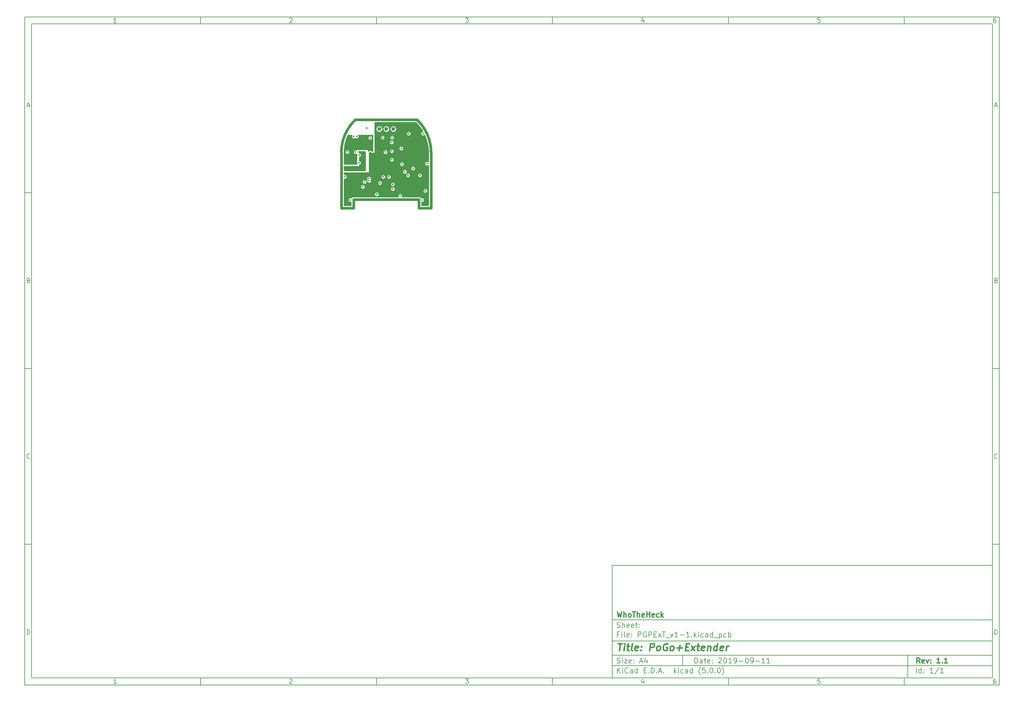
<source format=gbr>
G04 #@! TF.GenerationSoftware,KiCad,Pcbnew,(5.0.0)*
G04 #@! TF.CreationDate,2020-05-01T19:32:20+02:00*
G04 #@! TF.ProjectId,PGPExT_v1-1,5047504578545F76312D312E6B696361,1.1*
G04 #@! TF.SameCoordinates,Original*
G04 #@! TF.FileFunction,Copper,L2,Inr,Signal*
G04 #@! TF.FilePolarity,Positive*
%FSLAX46Y46*%
G04 Gerber Fmt 4.6, Leading zero omitted, Abs format (unit mm)*
G04 Created by KiCad (PCBNEW (5.0.0)) date 05/01/20 19:32:20*
%MOMM*%
%LPD*%
G01*
G04 APERTURE LIST*
%ADD10C,0.100000*%
%ADD11C,0.150000*%
%ADD12C,0.300000*%
%ADD13C,0.400000*%
G04 #@! TA.AperFunction,NonConductor*
%ADD14C,0.800000*%
G04 #@! TD*
G04 #@! TA.AperFunction,ViaPad*
%ADD15C,1.100000*%
G04 #@! TD*
G04 #@! TA.AperFunction,ViaPad*
%ADD16C,0.500000*%
G04 #@! TD*
G04 #@! TA.AperFunction,Conductor*
%ADD17C,0.254000*%
G04 #@! TD*
G04 APERTURE END LIST*
D10*
D11*
X177002200Y-166007200D02*
X177002200Y-198007200D01*
X285002200Y-198007200D01*
X285002200Y-166007200D01*
X177002200Y-166007200D01*
D10*
D11*
X10000000Y-10000000D02*
X10000000Y-200007200D01*
X287002200Y-200007200D01*
X287002200Y-10000000D01*
X10000000Y-10000000D01*
D10*
D11*
X12000000Y-12000000D02*
X12000000Y-198007200D01*
X285002200Y-198007200D01*
X285002200Y-12000000D01*
X12000000Y-12000000D01*
D10*
D11*
X60000000Y-12000000D02*
X60000000Y-10000000D01*
D10*
D11*
X110000000Y-12000000D02*
X110000000Y-10000000D01*
D10*
D11*
X160000000Y-12000000D02*
X160000000Y-10000000D01*
D10*
D11*
X210000000Y-12000000D02*
X210000000Y-10000000D01*
D10*
D11*
X260000000Y-12000000D02*
X260000000Y-10000000D01*
D10*
D11*
X36065476Y-11588095D02*
X35322619Y-11588095D01*
X35694047Y-11588095D02*
X35694047Y-10288095D01*
X35570238Y-10473809D01*
X35446428Y-10597619D01*
X35322619Y-10659523D01*
D10*
D11*
X85322619Y-10411904D02*
X85384523Y-10350000D01*
X85508333Y-10288095D01*
X85817857Y-10288095D01*
X85941666Y-10350000D01*
X86003571Y-10411904D01*
X86065476Y-10535714D01*
X86065476Y-10659523D01*
X86003571Y-10845238D01*
X85260714Y-11588095D01*
X86065476Y-11588095D01*
D10*
D11*
X135260714Y-10288095D02*
X136065476Y-10288095D01*
X135632142Y-10783333D01*
X135817857Y-10783333D01*
X135941666Y-10845238D01*
X136003571Y-10907142D01*
X136065476Y-11030952D01*
X136065476Y-11340476D01*
X136003571Y-11464285D01*
X135941666Y-11526190D01*
X135817857Y-11588095D01*
X135446428Y-11588095D01*
X135322619Y-11526190D01*
X135260714Y-11464285D01*
D10*
D11*
X185941666Y-10721428D02*
X185941666Y-11588095D01*
X185632142Y-10226190D02*
X185322619Y-11154761D01*
X186127380Y-11154761D01*
D10*
D11*
X236003571Y-10288095D02*
X235384523Y-10288095D01*
X235322619Y-10907142D01*
X235384523Y-10845238D01*
X235508333Y-10783333D01*
X235817857Y-10783333D01*
X235941666Y-10845238D01*
X236003571Y-10907142D01*
X236065476Y-11030952D01*
X236065476Y-11340476D01*
X236003571Y-11464285D01*
X235941666Y-11526190D01*
X235817857Y-11588095D01*
X235508333Y-11588095D01*
X235384523Y-11526190D01*
X235322619Y-11464285D01*
D10*
D11*
X285941666Y-10288095D02*
X285694047Y-10288095D01*
X285570238Y-10350000D01*
X285508333Y-10411904D01*
X285384523Y-10597619D01*
X285322619Y-10845238D01*
X285322619Y-11340476D01*
X285384523Y-11464285D01*
X285446428Y-11526190D01*
X285570238Y-11588095D01*
X285817857Y-11588095D01*
X285941666Y-11526190D01*
X286003571Y-11464285D01*
X286065476Y-11340476D01*
X286065476Y-11030952D01*
X286003571Y-10907142D01*
X285941666Y-10845238D01*
X285817857Y-10783333D01*
X285570238Y-10783333D01*
X285446428Y-10845238D01*
X285384523Y-10907142D01*
X285322619Y-11030952D01*
D10*
D11*
X60000000Y-198007200D02*
X60000000Y-200007200D01*
D10*
D11*
X110000000Y-198007200D02*
X110000000Y-200007200D01*
D10*
D11*
X160000000Y-198007200D02*
X160000000Y-200007200D01*
D10*
D11*
X210000000Y-198007200D02*
X210000000Y-200007200D01*
D10*
D11*
X260000000Y-198007200D02*
X260000000Y-200007200D01*
D10*
D11*
X36065476Y-199595295D02*
X35322619Y-199595295D01*
X35694047Y-199595295D02*
X35694047Y-198295295D01*
X35570238Y-198481009D01*
X35446428Y-198604819D01*
X35322619Y-198666723D01*
D10*
D11*
X85322619Y-198419104D02*
X85384523Y-198357200D01*
X85508333Y-198295295D01*
X85817857Y-198295295D01*
X85941666Y-198357200D01*
X86003571Y-198419104D01*
X86065476Y-198542914D01*
X86065476Y-198666723D01*
X86003571Y-198852438D01*
X85260714Y-199595295D01*
X86065476Y-199595295D01*
D10*
D11*
X135260714Y-198295295D02*
X136065476Y-198295295D01*
X135632142Y-198790533D01*
X135817857Y-198790533D01*
X135941666Y-198852438D01*
X136003571Y-198914342D01*
X136065476Y-199038152D01*
X136065476Y-199347676D01*
X136003571Y-199471485D01*
X135941666Y-199533390D01*
X135817857Y-199595295D01*
X135446428Y-199595295D01*
X135322619Y-199533390D01*
X135260714Y-199471485D01*
D10*
D11*
X185941666Y-198728628D02*
X185941666Y-199595295D01*
X185632142Y-198233390D02*
X185322619Y-199161961D01*
X186127380Y-199161961D01*
D10*
D11*
X236003571Y-198295295D02*
X235384523Y-198295295D01*
X235322619Y-198914342D01*
X235384523Y-198852438D01*
X235508333Y-198790533D01*
X235817857Y-198790533D01*
X235941666Y-198852438D01*
X236003571Y-198914342D01*
X236065476Y-199038152D01*
X236065476Y-199347676D01*
X236003571Y-199471485D01*
X235941666Y-199533390D01*
X235817857Y-199595295D01*
X235508333Y-199595295D01*
X235384523Y-199533390D01*
X235322619Y-199471485D01*
D10*
D11*
X285941666Y-198295295D02*
X285694047Y-198295295D01*
X285570238Y-198357200D01*
X285508333Y-198419104D01*
X285384523Y-198604819D01*
X285322619Y-198852438D01*
X285322619Y-199347676D01*
X285384523Y-199471485D01*
X285446428Y-199533390D01*
X285570238Y-199595295D01*
X285817857Y-199595295D01*
X285941666Y-199533390D01*
X286003571Y-199471485D01*
X286065476Y-199347676D01*
X286065476Y-199038152D01*
X286003571Y-198914342D01*
X285941666Y-198852438D01*
X285817857Y-198790533D01*
X285570238Y-198790533D01*
X285446428Y-198852438D01*
X285384523Y-198914342D01*
X285322619Y-199038152D01*
D10*
D11*
X10000000Y-60000000D02*
X12000000Y-60000000D01*
D10*
D11*
X10000000Y-110000000D02*
X12000000Y-110000000D01*
D10*
D11*
X10000000Y-160000000D02*
X12000000Y-160000000D01*
D10*
D11*
X10690476Y-35216666D02*
X11309523Y-35216666D01*
X10566666Y-35588095D02*
X11000000Y-34288095D01*
X11433333Y-35588095D01*
D10*
D11*
X11092857Y-84907142D02*
X11278571Y-84969047D01*
X11340476Y-85030952D01*
X11402380Y-85154761D01*
X11402380Y-85340476D01*
X11340476Y-85464285D01*
X11278571Y-85526190D01*
X11154761Y-85588095D01*
X10659523Y-85588095D01*
X10659523Y-84288095D01*
X11092857Y-84288095D01*
X11216666Y-84350000D01*
X11278571Y-84411904D01*
X11340476Y-84535714D01*
X11340476Y-84659523D01*
X11278571Y-84783333D01*
X11216666Y-84845238D01*
X11092857Y-84907142D01*
X10659523Y-84907142D01*
D10*
D11*
X11402380Y-135464285D02*
X11340476Y-135526190D01*
X11154761Y-135588095D01*
X11030952Y-135588095D01*
X10845238Y-135526190D01*
X10721428Y-135402380D01*
X10659523Y-135278571D01*
X10597619Y-135030952D01*
X10597619Y-134845238D01*
X10659523Y-134597619D01*
X10721428Y-134473809D01*
X10845238Y-134350000D01*
X11030952Y-134288095D01*
X11154761Y-134288095D01*
X11340476Y-134350000D01*
X11402380Y-134411904D01*
D10*
D11*
X10659523Y-185588095D02*
X10659523Y-184288095D01*
X10969047Y-184288095D01*
X11154761Y-184350000D01*
X11278571Y-184473809D01*
X11340476Y-184597619D01*
X11402380Y-184845238D01*
X11402380Y-185030952D01*
X11340476Y-185278571D01*
X11278571Y-185402380D01*
X11154761Y-185526190D01*
X10969047Y-185588095D01*
X10659523Y-185588095D01*
D10*
D11*
X287002200Y-60000000D02*
X285002200Y-60000000D01*
D10*
D11*
X287002200Y-110000000D02*
X285002200Y-110000000D01*
D10*
D11*
X287002200Y-160000000D02*
X285002200Y-160000000D01*
D10*
D11*
X285692676Y-35216666D02*
X286311723Y-35216666D01*
X285568866Y-35588095D02*
X286002200Y-34288095D01*
X286435533Y-35588095D01*
D10*
D11*
X286095057Y-84907142D02*
X286280771Y-84969047D01*
X286342676Y-85030952D01*
X286404580Y-85154761D01*
X286404580Y-85340476D01*
X286342676Y-85464285D01*
X286280771Y-85526190D01*
X286156961Y-85588095D01*
X285661723Y-85588095D01*
X285661723Y-84288095D01*
X286095057Y-84288095D01*
X286218866Y-84350000D01*
X286280771Y-84411904D01*
X286342676Y-84535714D01*
X286342676Y-84659523D01*
X286280771Y-84783333D01*
X286218866Y-84845238D01*
X286095057Y-84907142D01*
X285661723Y-84907142D01*
D10*
D11*
X286404580Y-135464285D02*
X286342676Y-135526190D01*
X286156961Y-135588095D01*
X286033152Y-135588095D01*
X285847438Y-135526190D01*
X285723628Y-135402380D01*
X285661723Y-135278571D01*
X285599819Y-135030952D01*
X285599819Y-134845238D01*
X285661723Y-134597619D01*
X285723628Y-134473809D01*
X285847438Y-134350000D01*
X286033152Y-134288095D01*
X286156961Y-134288095D01*
X286342676Y-134350000D01*
X286404580Y-134411904D01*
D10*
D11*
X285661723Y-185588095D02*
X285661723Y-184288095D01*
X285971247Y-184288095D01*
X286156961Y-184350000D01*
X286280771Y-184473809D01*
X286342676Y-184597619D01*
X286404580Y-184845238D01*
X286404580Y-185030952D01*
X286342676Y-185278571D01*
X286280771Y-185402380D01*
X286156961Y-185526190D01*
X285971247Y-185588095D01*
X285661723Y-185588095D01*
D10*
D11*
X200434342Y-193785771D02*
X200434342Y-192285771D01*
X200791485Y-192285771D01*
X201005771Y-192357200D01*
X201148628Y-192500057D01*
X201220057Y-192642914D01*
X201291485Y-192928628D01*
X201291485Y-193142914D01*
X201220057Y-193428628D01*
X201148628Y-193571485D01*
X201005771Y-193714342D01*
X200791485Y-193785771D01*
X200434342Y-193785771D01*
X202577200Y-193785771D02*
X202577200Y-193000057D01*
X202505771Y-192857200D01*
X202362914Y-192785771D01*
X202077200Y-192785771D01*
X201934342Y-192857200D01*
X202577200Y-193714342D02*
X202434342Y-193785771D01*
X202077200Y-193785771D01*
X201934342Y-193714342D01*
X201862914Y-193571485D01*
X201862914Y-193428628D01*
X201934342Y-193285771D01*
X202077200Y-193214342D01*
X202434342Y-193214342D01*
X202577200Y-193142914D01*
X203077200Y-192785771D02*
X203648628Y-192785771D01*
X203291485Y-192285771D02*
X203291485Y-193571485D01*
X203362914Y-193714342D01*
X203505771Y-193785771D01*
X203648628Y-193785771D01*
X204720057Y-193714342D02*
X204577200Y-193785771D01*
X204291485Y-193785771D01*
X204148628Y-193714342D01*
X204077200Y-193571485D01*
X204077200Y-193000057D01*
X204148628Y-192857200D01*
X204291485Y-192785771D01*
X204577200Y-192785771D01*
X204720057Y-192857200D01*
X204791485Y-193000057D01*
X204791485Y-193142914D01*
X204077200Y-193285771D01*
X205434342Y-193642914D02*
X205505771Y-193714342D01*
X205434342Y-193785771D01*
X205362914Y-193714342D01*
X205434342Y-193642914D01*
X205434342Y-193785771D01*
X205434342Y-192857200D02*
X205505771Y-192928628D01*
X205434342Y-193000057D01*
X205362914Y-192928628D01*
X205434342Y-192857200D01*
X205434342Y-193000057D01*
X207220057Y-192428628D02*
X207291485Y-192357200D01*
X207434342Y-192285771D01*
X207791485Y-192285771D01*
X207934342Y-192357200D01*
X208005771Y-192428628D01*
X208077200Y-192571485D01*
X208077200Y-192714342D01*
X208005771Y-192928628D01*
X207148628Y-193785771D01*
X208077200Y-193785771D01*
X209005771Y-192285771D02*
X209148628Y-192285771D01*
X209291485Y-192357200D01*
X209362914Y-192428628D01*
X209434342Y-192571485D01*
X209505771Y-192857200D01*
X209505771Y-193214342D01*
X209434342Y-193500057D01*
X209362914Y-193642914D01*
X209291485Y-193714342D01*
X209148628Y-193785771D01*
X209005771Y-193785771D01*
X208862914Y-193714342D01*
X208791485Y-193642914D01*
X208720057Y-193500057D01*
X208648628Y-193214342D01*
X208648628Y-192857200D01*
X208720057Y-192571485D01*
X208791485Y-192428628D01*
X208862914Y-192357200D01*
X209005771Y-192285771D01*
X210934342Y-193785771D02*
X210077200Y-193785771D01*
X210505771Y-193785771D02*
X210505771Y-192285771D01*
X210362914Y-192500057D01*
X210220057Y-192642914D01*
X210077200Y-192714342D01*
X211648628Y-193785771D02*
X211934342Y-193785771D01*
X212077200Y-193714342D01*
X212148628Y-193642914D01*
X212291485Y-193428628D01*
X212362914Y-193142914D01*
X212362914Y-192571485D01*
X212291485Y-192428628D01*
X212220057Y-192357200D01*
X212077200Y-192285771D01*
X211791485Y-192285771D01*
X211648628Y-192357200D01*
X211577200Y-192428628D01*
X211505771Y-192571485D01*
X211505771Y-192928628D01*
X211577200Y-193071485D01*
X211648628Y-193142914D01*
X211791485Y-193214342D01*
X212077200Y-193214342D01*
X212220057Y-193142914D01*
X212291485Y-193071485D01*
X212362914Y-192928628D01*
X213005771Y-193214342D02*
X214148628Y-193214342D01*
X215148628Y-192285771D02*
X215291485Y-192285771D01*
X215434342Y-192357200D01*
X215505771Y-192428628D01*
X215577200Y-192571485D01*
X215648628Y-192857200D01*
X215648628Y-193214342D01*
X215577200Y-193500057D01*
X215505771Y-193642914D01*
X215434342Y-193714342D01*
X215291485Y-193785771D01*
X215148628Y-193785771D01*
X215005771Y-193714342D01*
X214934342Y-193642914D01*
X214862914Y-193500057D01*
X214791485Y-193214342D01*
X214791485Y-192857200D01*
X214862914Y-192571485D01*
X214934342Y-192428628D01*
X215005771Y-192357200D01*
X215148628Y-192285771D01*
X216362914Y-193785771D02*
X216648628Y-193785771D01*
X216791485Y-193714342D01*
X216862914Y-193642914D01*
X217005771Y-193428628D01*
X217077200Y-193142914D01*
X217077200Y-192571485D01*
X217005771Y-192428628D01*
X216934342Y-192357200D01*
X216791485Y-192285771D01*
X216505771Y-192285771D01*
X216362914Y-192357200D01*
X216291485Y-192428628D01*
X216220057Y-192571485D01*
X216220057Y-192928628D01*
X216291485Y-193071485D01*
X216362914Y-193142914D01*
X216505771Y-193214342D01*
X216791485Y-193214342D01*
X216934342Y-193142914D01*
X217005771Y-193071485D01*
X217077200Y-192928628D01*
X217720057Y-193214342D02*
X218862914Y-193214342D01*
X220362914Y-193785771D02*
X219505771Y-193785771D01*
X219934342Y-193785771D02*
X219934342Y-192285771D01*
X219791485Y-192500057D01*
X219648628Y-192642914D01*
X219505771Y-192714342D01*
X221791485Y-193785771D02*
X220934342Y-193785771D01*
X221362914Y-193785771D02*
X221362914Y-192285771D01*
X221220057Y-192500057D01*
X221077200Y-192642914D01*
X220934342Y-192714342D01*
D10*
D11*
X177002200Y-194507200D02*
X285002200Y-194507200D01*
D10*
D11*
X178434342Y-196585771D02*
X178434342Y-195085771D01*
X179291485Y-196585771D02*
X178648628Y-195728628D01*
X179291485Y-195085771D02*
X178434342Y-195942914D01*
X179934342Y-196585771D02*
X179934342Y-195585771D01*
X179934342Y-195085771D02*
X179862914Y-195157200D01*
X179934342Y-195228628D01*
X180005771Y-195157200D01*
X179934342Y-195085771D01*
X179934342Y-195228628D01*
X181505771Y-196442914D02*
X181434342Y-196514342D01*
X181220057Y-196585771D01*
X181077200Y-196585771D01*
X180862914Y-196514342D01*
X180720057Y-196371485D01*
X180648628Y-196228628D01*
X180577200Y-195942914D01*
X180577200Y-195728628D01*
X180648628Y-195442914D01*
X180720057Y-195300057D01*
X180862914Y-195157200D01*
X181077200Y-195085771D01*
X181220057Y-195085771D01*
X181434342Y-195157200D01*
X181505771Y-195228628D01*
X182791485Y-196585771D02*
X182791485Y-195800057D01*
X182720057Y-195657200D01*
X182577200Y-195585771D01*
X182291485Y-195585771D01*
X182148628Y-195657200D01*
X182791485Y-196514342D02*
X182648628Y-196585771D01*
X182291485Y-196585771D01*
X182148628Y-196514342D01*
X182077200Y-196371485D01*
X182077200Y-196228628D01*
X182148628Y-196085771D01*
X182291485Y-196014342D01*
X182648628Y-196014342D01*
X182791485Y-195942914D01*
X184148628Y-196585771D02*
X184148628Y-195085771D01*
X184148628Y-196514342D02*
X184005771Y-196585771D01*
X183720057Y-196585771D01*
X183577200Y-196514342D01*
X183505771Y-196442914D01*
X183434342Y-196300057D01*
X183434342Y-195871485D01*
X183505771Y-195728628D01*
X183577200Y-195657200D01*
X183720057Y-195585771D01*
X184005771Y-195585771D01*
X184148628Y-195657200D01*
X186005771Y-195800057D02*
X186505771Y-195800057D01*
X186720057Y-196585771D02*
X186005771Y-196585771D01*
X186005771Y-195085771D01*
X186720057Y-195085771D01*
X187362914Y-196442914D02*
X187434342Y-196514342D01*
X187362914Y-196585771D01*
X187291485Y-196514342D01*
X187362914Y-196442914D01*
X187362914Y-196585771D01*
X188077200Y-196585771D02*
X188077200Y-195085771D01*
X188434342Y-195085771D01*
X188648628Y-195157200D01*
X188791485Y-195300057D01*
X188862914Y-195442914D01*
X188934342Y-195728628D01*
X188934342Y-195942914D01*
X188862914Y-196228628D01*
X188791485Y-196371485D01*
X188648628Y-196514342D01*
X188434342Y-196585771D01*
X188077200Y-196585771D01*
X189577200Y-196442914D02*
X189648628Y-196514342D01*
X189577200Y-196585771D01*
X189505771Y-196514342D01*
X189577200Y-196442914D01*
X189577200Y-196585771D01*
X190220057Y-196157200D02*
X190934342Y-196157200D01*
X190077200Y-196585771D02*
X190577200Y-195085771D01*
X191077200Y-196585771D01*
X191577200Y-196442914D02*
X191648628Y-196514342D01*
X191577200Y-196585771D01*
X191505771Y-196514342D01*
X191577200Y-196442914D01*
X191577200Y-196585771D01*
X194577200Y-196585771D02*
X194577200Y-195085771D01*
X194720057Y-196014342D02*
X195148628Y-196585771D01*
X195148628Y-195585771D02*
X194577200Y-196157200D01*
X195791485Y-196585771D02*
X195791485Y-195585771D01*
X195791485Y-195085771D02*
X195720057Y-195157200D01*
X195791485Y-195228628D01*
X195862914Y-195157200D01*
X195791485Y-195085771D01*
X195791485Y-195228628D01*
X197148628Y-196514342D02*
X197005771Y-196585771D01*
X196720057Y-196585771D01*
X196577200Y-196514342D01*
X196505771Y-196442914D01*
X196434342Y-196300057D01*
X196434342Y-195871485D01*
X196505771Y-195728628D01*
X196577200Y-195657200D01*
X196720057Y-195585771D01*
X197005771Y-195585771D01*
X197148628Y-195657200D01*
X198434342Y-196585771D02*
X198434342Y-195800057D01*
X198362914Y-195657200D01*
X198220057Y-195585771D01*
X197934342Y-195585771D01*
X197791485Y-195657200D01*
X198434342Y-196514342D02*
X198291485Y-196585771D01*
X197934342Y-196585771D01*
X197791485Y-196514342D01*
X197720057Y-196371485D01*
X197720057Y-196228628D01*
X197791485Y-196085771D01*
X197934342Y-196014342D01*
X198291485Y-196014342D01*
X198434342Y-195942914D01*
X199791485Y-196585771D02*
X199791485Y-195085771D01*
X199791485Y-196514342D02*
X199648628Y-196585771D01*
X199362914Y-196585771D01*
X199220057Y-196514342D01*
X199148628Y-196442914D01*
X199077200Y-196300057D01*
X199077200Y-195871485D01*
X199148628Y-195728628D01*
X199220057Y-195657200D01*
X199362914Y-195585771D01*
X199648628Y-195585771D01*
X199791485Y-195657200D01*
X202077200Y-197157200D02*
X202005771Y-197085771D01*
X201862914Y-196871485D01*
X201791485Y-196728628D01*
X201720057Y-196514342D01*
X201648628Y-196157200D01*
X201648628Y-195871485D01*
X201720057Y-195514342D01*
X201791485Y-195300057D01*
X201862914Y-195157200D01*
X202005771Y-194942914D01*
X202077200Y-194871485D01*
X203362914Y-195085771D02*
X202648628Y-195085771D01*
X202577200Y-195800057D01*
X202648628Y-195728628D01*
X202791485Y-195657200D01*
X203148628Y-195657200D01*
X203291485Y-195728628D01*
X203362914Y-195800057D01*
X203434342Y-195942914D01*
X203434342Y-196300057D01*
X203362914Y-196442914D01*
X203291485Y-196514342D01*
X203148628Y-196585771D01*
X202791485Y-196585771D01*
X202648628Y-196514342D01*
X202577200Y-196442914D01*
X204077200Y-196442914D02*
X204148628Y-196514342D01*
X204077200Y-196585771D01*
X204005771Y-196514342D01*
X204077200Y-196442914D01*
X204077200Y-196585771D01*
X205077200Y-195085771D02*
X205220057Y-195085771D01*
X205362914Y-195157200D01*
X205434342Y-195228628D01*
X205505771Y-195371485D01*
X205577200Y-195657200D01*
X205577200Y-196014342D01*
X205505771Y-196300057D01*
X205434342Y-196442914D01*
X205362914Y-196514342D01*
X205220057Y-196585771D01*
X205077200Y-196585771D01*
X204934342Y-196514342D01*
X204862914Y-196442914D01*
X204791485Y-196300057D01*
X204720057Y-196014342D01*
X204720057Y-195657200D01*
X204791485Y-195371485D01*
X204862914Y-195228628D01*
X204934342Y-195157200D01*
X205077200Y-195085771D01*
X206220057Y-196442914D02*
X206291485Y-196514342D01*
X206220057Y-196585771D01*
X206148628Y-196514342D01*
X206220057Y-196442914D01*
X206220057Y-196585771D01*
X207220057Y-195085771D02*
X207362914Y-195085771D01*
X207505771Y-195157200D01*
X207577200Y-195228628D01*
X207648628Y-195371485D01*
X207720057Y-195657200D01*
X207720057Y-196014342D01*
X207648628Y-196300057D01*
X207577200Y-196442914D01*
X207505771Y-196514342D01*
X207362914Y-196585771D01*
X207220057Y-196585771D01*
X207077200Y-196514342D01*
X207005771Y-196442914D01*
X206934342Y-196300057D01*
X206862914Y-196014342D01*
X206862914Y-195657200D01*
X206934342Y-195371485D01*
X207005771Y-195228628D01*
X207077200Y-195157200D01*
X207220057Y-195085771D01*
X208220057Y-197157200D02*
X208291485Y-197085771D01*
X208434342Y-196871485D01*
X208505771Y-196728628D01*
X208577200Y-196514342D01*
X208648628Y-196157200D01*
X208648628Y-195871485D01*
X208577200Y-195514342D01*
X208505771Y-195300057D01*
X208434342Y-195157200D01*
X208291485Y-194942914D01*
X208220057Y-194871485D01*
D10*
D11*
X177002200Y-191507200D02*
X285002200Y-191507200D01*
D10*
D12*
X264411485Y-193785771D02*
X263911485Y-193071485D01*
X263554342Y-193785771D02*
X263554342Y-192285771D01*
X264125771Y-192285771D01*
X264268628Y-192357200D01*
X264340057Y-192428628D01*
X264411485Y-192571485D01*
X264411485Y-192785771D01*
X264340057Y-192928628D01*
X264268628Y-193000057D01*
X264125771Y-193071485D01*
X263554342Y-193071485D01*
X265625771Y-193714342D02*
X265482914Y-193785771D01*
X265197200Y-193785771D01*
X265054342Y-193714342D01*
X264982914Y-193571485D01*
X264982914Y-193000057D01*
X265054342Y-192857200D01*
X265197200Y-192785771D01*
X265482914Y-192785771D01*
X265625771Y-192857200D01*
X265697200Y-193000057D01*
X265697200Y-193142914D01*
X264982914Y-193285771D01*
X266197200Y-192785771D02*
X266554342Y-193785771D01*
X266911485Y-192785771D01*
X267482914Y-193642914D02*
X267554342Y-193714342D01*
X267482914Y-193785771D01*
X267411485Y-193714342D01*
X267482914Y-193642914D01*
X267482914Y-193785771D01*
X267482914Y-192857200D02*
X267554342Y-192928628D01*
X267482914Y-193000057D01*
X267411485Y-192928628D01*
X267482914Y-192857200D01*
X267482914Y-193000057D01*
X270125771Y-193785771D02*
X269268628Y-193785771D01*
X269697200Y-193785771D02*
X269697200Y-192285771D01*
X269554342Y-192500057D01*
X269411485Y-192642914D01*
X269268628Y-192714342D01*
X270768628Y-193642914D02*
X270840057Y-193714342D01*
X270768628Y-193785771D01*
X270697200Y-193714342D01*
X270768628Y-193642914D01*
X270768628Y-193785771D01*
X272268628Y-193785771D02*
X271411485Y-193785771D01*
X271840057Y-193785771D02*
X271840057Y-192285771D01*
X271697200Y-192500057D01*
X271554342Y-192642914D01*
X271411485Y-192714342D01*
D10*
D11*
X178362914Y-193714342D02*
X178577200Y-193785771D01*
X178934342Y-193785771D01*
X179077200Y-193714342D01*
X179148628Y-193642914D01*
X179220057Y-193500057D01*
X179220057Y-193357200D01*
X179148628Y-193214342D01*
X179077200Y-193142914D01*
X178934342Y-193071485D01*
X178648628Y-193000057D01*
X178505771Y-192928628D01*
X178434342Y-192857200D01*
X178362914Y-192714342D01*
X178362914Y-192571485D01*
X178434342Y-192428628D01*
X178505771Y-192357200D01*
X178648628Y-192285771D01*
X179005771Y-192285771D01*
X179220057Y-192357200D01*
X179862914Y-193785771D02*
X179862914Y-192785771D01*
X179862914Y-192285771D02*
X179791485Y-192357200D01*
X179862914Y-192428628D01*
X179934342Y-192357200D01*
X179862914Y-192285771D01*
X179862914Y-192428628D01*
X180434342Y-192785771D02*
X181220057Y-192785771D01*
X180434342Y-193785771D01*
X181220057Y-193785771D01*
X182362914Y-193714342D02*
X182220057Y-193785771D01*
X181934342Y-193785771D01*
X181791485Y-193714342D01*
X181720057Y-193571485D01*
X181720057Y-193000057D01*
X181791485Y-192857200D01*
X181934342Y-192785771D01*
X182220057Y-192785771D01*
X182362914Y-192857200D01*
X182434342Y-193000057D01*
X182434342Y-193142914D01*
X181720057Y-193285771D01*
X183077200Y-193642914D02*
X183148628Y-193714342D01*
X183077200Y-193785771D01*
X183005771Y-193714342D01*
X183077200Y-193642914D01*
X183077200Y-193785771D01*
X183077200Y-192857200D02*
X183148628Y-192928628D01*
X183077200Y-193000057D01*
X183005771Y-192928628D01*
X183077200Y-192857200D01*
X183077200Y-193000057D01*
X184862914Y-193357200D02*
X185577200Y-193357200D01*
X184720057Y-193785771D02*
X185220057Y-192285771D01*
X185720057Y-193785771D01*
X186862914Y-192785771D02*
X186862914Y-193785771D01*
X186505771Y-192214342D02*
X186148628Y-193285771D01*
X187077200Y-193285771D01*
D10*
D11*
X263434342Y-196585771D02*
X263434342Y-195085771D01*
X264791485Y-196585771D02*
X264791485Y-195085771D01*
X264791485Y-196514342D02*
X264648628Y-196585771D01*
X264362914Y-196585771D01*
X264220057Y-196514342D01*
X264148628Y-196442914D01*
X264077200Y-196300057D01*
X264077200Y-195871485D01*
X264148628Y-195728628D01*
X264220057Y-195657200D01*
X264362914Y-195585771D01*
X264648628Y-195585771D01*
X264791485Y-195657200D01*
X265505771Y-196442914D02*
X265577200Y-196514342D01*
X265505771Y-196585771D01*
X265434342Y-196514342D01*
X265505771Y-196442914D01*
X265505771Y-196585771D01*
X265505771Y-195657200D02*
X265577200Y-195728628D01*
X265505771Y-195800057D01*
X265434342Y-195728628D01*
X265505771Y-195657200D01*
X265505771Y-195800057D01*
X268148628Y-196585771D02*
X267291485Y-196585771D01*
X267720057Y-196585771D02*
X267720057Y-195085771D01*
X267577200Y-195300057D01*
X267434342Y-195442914D01*
X267291485Y-195514342D01*
X269862914Y-195014342D02*
X268577200Y-196942914D01*
X271148628Y-196585771D02*
X270291485Y-196585771D01*
X270720057Y-196585771D02*
X270720057Y-195085771D01*
X270577200Y-195300057D01*
X270434342Y-195442914D01*
X270291485Y-195514342D01*
D10*
D11*
X177002200Y-187507200D02*
X285002200Y-187507200D01*
D10*
D13*
X178714580Y-188211961D02*
X179857438Y-188211961D01*
X179036009Y-190211961D02*
X179286009Y-188211961D01*
X180274104Y-190211961D02*
X180440771Y-188878628D01*
X180524104Y-188211961D02*
X180416961Y-188307200D01*
X180500295Y-188402438D01*
X180607438Y-188307200D01*
X180524104Y-188211961D01*
X180500295Y-188402438D01*
X181107438Y-188878628D02*
X181869342Y-188878628D01*
X181476485Y-188211961D02*
X181262200Y-189926247D01*
X181333628Y-190116723D01*
X181512200Y-190211961D01*
X181702676Y-190211961D01*
X182655057Y-190211961D02*
X182476485Y-190116723D01*
X182405057Y-189926247D01*
X182619342Y-188211961D01*
X184190771Y-190116723D02*
X183988390Y-190211961D01*
X183607438Y-190211961D01*
X183428866Y-190116723D01*
X183357438Y-189926247D01*
X183452676Y-189164342D01*
X183571723Y-188973866D01*
X183774104Y-188878628D01*
X184155057Y-188878628D01*
X184333628Y-188973866D01*
X184405057Y-189164342D01*
X184381247Y-189354819D01*
X183405057Y-189545295D01*
X185155057Y-190021485D02*
X185238390Y-190116723D01*
X185131247Y-190211961D01*
X185047914Y-190116723D01*
X185155057Y-190021485D01*
X185131247Y-190211961D01*
X185286009Y-188973866D02*
X185369342Y-189069104D01*
X185262200Y-189164342D01*
X185178866Y-189069104D01*
X185286009Y-188973866D01*
X185262200Y-189164342D01*
X187607438Y-190211961D02*
X187857438Y-188211961D01*
X188619342Y-188211961D01*
X188797914Y-188307200D01*
X188881247Y-188402438D01*
X188952676Y-188592914D01*
X188916961Y-188878628D01*
X188797914Y-189069104D01*
X188690771Y-189164342D01*
X188488390Y-189259580D01*
X187726485Y-189259580D01*
X189893152Y-190211961D02*
X189714580Y-190116723D01*
X189631247Y-190021485D01*
X189559819Y-189831009D01*
X189631247Y-189259580D01*
X189750295Y-189069104D01*
X189857438Y-188973866D01*
X190059819Y-188878628D01*
X190345533Y-188878628D01*
X190524104Y-188973866D01*
X190607438Y-189069104D01*
X190678866Y-189259580D01*
X190607438Y-189831009D01*
X190488390Y-190021485D01*
X190381247Y-190116723D01*
X190178866Y-190211961D01*
X189893152Y-190211961D01*
X192702676Y-188307200D02*
X192524104Y-188211961D01*
X192238390Y-188211961D01*
X191940771Y-188307200D01*
X191726485Y-188497676D01*
X191607438Y-188688152D01*
X191464580Y-189069104D01*
X191428866Y-189354819D01*
X191476485Y-189735771D01*
X191547914Y-189926247D01*
X191714580Y-190116723D01*
X191988390Y-190211961D01*
X192178866Y-190211961D01*
X192476485Y-190116723D01*
X192583628Y-190021485D01*
X192666961Y-189354819D01*
X192286009Y-189354819D01*
X193702676Y-190211961D02*
X193524104Y-190116723D01*
X193440771Y-190021485D01*
X193369342Y-189831009D01*
X193440771Y-189259580D01*
X193559819Y-189069104D01*
X193666961Y-188973866D01*
X193869342Y-188878628D01*
X194155057Y-188878628D01*
X194333628Y-188973866D01*
X194416961Y-189069104D01*
X194488390Y-189259580D01*
X194416961Y-189831009D01*
X194297914Y-190021485D01*
X194190771Y-190116723D01*
X193988390Y-190211961D01*
X193702676Y-190211961D01*
X195321723Y-189450057D02*
X196845533Y-189450057D01*
X195988390Y-190211961D02*
X196178866Y-188688152D01*
X197833628Y-189164342D02*
X198500295Y-189164342D01*
X198655057Y-190211961D02*
X197702676Y-190211961D01*
X197952676Y-188211961D01*
X198905057Y-188211961D01*
X199321723Y-190211961D02*
X200536009Y-188878628D01*
X199488390Y-188878628D02*
X200369342Y-190211961D01*
X201012200Y-188878628D02*
X201774104Y-188878628D01*
X201381247Y-188211961D02*
X201166961Y-189926247D01*
X201238390Y-190116723D01*
X201416961Y-190211961D01*
X201607438Y-190211961D01*
X203047914Y-190116723D02*
X202845533Y-190211961D01*
X202464580Y-190211961D01*
X202286009Y-190116723D01*
X202214580Y-189926247D01*
X202309819Y-189164342D01*
X202428866Y-188973866D01*
X202631247Y-188878628D01*
X203012200Y-188878628D01*
X203190771Y-188973866D01*
X203262200Y-189164342D01*
X203238390Y-189354819D01*
X202262200Y-189545295D01*
X204155057Y-188878628D02*
X203988390Y-190211961D01*
X204131247Y-189069104D02*
X204238390Y-188973866D01*
X204440771Y-188878628D01*
X204726485Y-188878628D01*
X204905057Y-188973866D01*
X204976485Y-189164342D01*
X204845533Y-190211961D01*
X206655057Y-190211961D02*
X206905057Y-188211961D01*
X206666961Y-190116723D02*
X206464580Y-190211961D01*
X206083628Y-190211961D01*
X205905057Y-190116723D01*
X205821723Y-190021485D01*
X205750295Y-189831009D01*
X205821723Y-189259580D01*
X205940771Y-189069104D01*
X206047914Y-188973866D01*
X206250295Y-188878628D01*
X206631247Y-188878628D01*
X206809819Y-188973866D01*
X208381247Y-190116723D02*
X208178866Y-190211961D01*
X207797914Y-190211961D01*
X207619342Y-190116723D01*
X207547914Y-189926247D01*
X207643152Y-189164342D01*
X207762200Y-188973866D01*
X207964580Y-188878628D01*
X208345533Y-188878628D01*
X208524104Y-188973866D01*
X208595533Y-189164342D01*
X208571723Y-189354819D01*
X207595533Y-189545295D01*
X209321723Y-190211961D02*
X209488390Y-188878628D01*
X209440771Y-189259580D02*
X209559819Y-189069104D01*
X209666961Y-188973866D01*
X209869342Y-188878628D01*
X210059819Y-188878628D01*
D10*
D11*
X178934342Y-185600057D02*
X178434342Y-185600057D01*
X178434342Y-186385771D02*
X178434342Y-184885771D01*
X179148628Y-184885771D01*
X179720057Y-186385771D02*
X179720057Y-185385771D01*
X179720057Y-184885771D02*
X179648628Y-184957200D01*
X179720057Y-185028628D01*
X179791485Y-184957200D01*
X179720057Y-184885771D01*
X179720057Y-185028628D01*
X180648628Y-186385771D02*
X180505771Y-186314342D01*
X180434342Y-186171485D01*
X180434342Y-184885771D01*
X181791485Y-186314342D02*
X181648628Y-186385771D01*
X181362914Y-186385771D01*
X181220057Y-186314342D01*
X181148628Y-186171485D01*
X181148628Y-185600057D01*
X181220057Y-185457200D01*
X181362914Y-185385771D01*
X181648628Y-185385771D01*
X181791485Y-185457200D01*
X181862914Y-185600057D01*
X181862914Y-185742914D01*
X181148628Y-185885771D01*
X182505771Y-186242914D02*
X182577200Y-186314342D01*
X182505771Y-186385771D01*
X182434342Y-186314342D01*
X182505771Y-186242914D01*
X182505771Y-186385771D01*
X182505771Y-185457200D02*
X182577200Y-185528628D01*
X182505771Y-185600057D01*
X182434342Y-185528628D01*
X182505771Y-185457200D01*
X182505771Y-185600057D01*
X184362914Y-186385771D02*
X184362914Y-184885771D01*
X184934342Y-184885771D01*
X185077200Y-184957200D01*
X185148628Y-185028628D01*
X185220057Y-185171485D01*
X185220057Y-185385771D01*
X185148628Y-185528628D01*
X185077200Y-185600057D01*
X184934342Y-185671485D01*
X184362914Y-185671485D01*
X186648628Y-184957200D02*
X186505771Y-184885771D01*
X186291485Y-184885771D01*
X186077200Y-184957200D01*
X185934342Y-185100057D01*
X185862914Y-185242914D01*
X185791485Y-185528628D01*
X185791485Y-185742914D01*
X185862914Y-186028628D01*
X185934342Y-186171485D01*
X186077200Y-186314342D01*
X186291485Y-186385771D01*
X186434342Y-186385771D01*
X186648628Y-186314342D01*
X186720057Y-186242914D01*
X186720057Y-185742914D01*
X186434342Y-185742914D01*
X187362914Y-186385771D02*
X187362914Y-184885771D01*
X187934342Y-184885771D01*
X188077200Y-184957200D01*
X188148628Y-185028628D01*
X188220057Y-185171485D01*
X188220057Y-185385771D01*
X188148628Y-185528628D01*
X188077200Y-185600057D01*
X187934342Y-185671485D01*
X187362914Y-185671485D01*
X188862914Y-185600057D02*
X189362914Y-185600057D01*
X189577200Y-186385771D02*
X188862914Y-186385771D01*
X188862914Y-184885771D01*
X189577200Y-184885771D01*
X190077200Y-186385771D02*
X190862914Y-185385771D01*
X190077200Y-185385771D02*
X190862914Y-186385771D01*
X191220057Y-184885771D02*
X192077200Y-184885771D01*
X191648628Y-186385771D02*
X191648628Y-184885771D01*
X192220057Y-186528628D02*
X193362914Y-186528628D01*
X193577200Y-185385771D02*
X193934342Y-186385771D01*
X194291485Y-185385771D01*
X195648628Y-186385771D02*
X194791485Y-186385771D01*
X195220057Y-186385771D02*
X195220057Y-184885771D01*
X195077200Y-185100057D01*
X194934342Y-185242914D01*
X194791485Y-185314342D01*
X196291485Y-185814342D02*
X197434342Y-185814342D01*
X198934342Y-186385771D02*
X198077200Y-186385771D01*
X198505771Y-186385771D02*
X198505771Y-184885771D01*
X198362914Y-185100057D01*
X198220057Y-185242914D01*
X198077200Y-185314342D01*
X199577200Y-186242914D02*
X199648628Y-186314342D01*
X199577200Y-186385771D01*
X199505771Y-186314342D01*
X199577200Y-186242914D01*
X199577200Y-186385771D01*
X200291485Y-186385771D02*
X200291485Y-184885771D01*
X200434342Y-185814342D02*
X200862914Y-186385771D01*
X200862914Y-185385771D02*
X200291485Y-185957200D01*
X201505771Y-186385771D02*
X201505771Y-185385771D01*
X201505771Y-184885771D02*
X201434342Y-184957200D01*
X201505771Y-185028628D01*
X201577200Y-184957200D01*
X201505771Y-184885771D01*
X201505771Y-185028628D01*
X202862914Y-186314342D02*
X202720057Y-186385771D01*
X202434342Y-186385771D01*
X202291485Y-186314342D01*
X202220057Y-186242914D01*
X202148628Y-186100057D01*
X202148628Y-185671485D01*
X202220057Y-185528628D01*
X202291485Y-185457200D01*
X202434342Y-185385771D01*
X202720057Y-185385771D01*
X202862914Y-185457200D01*
X204148628Y-186385771D02*
X204148628Y-185600057D01*
X204077200Y-185457200D01*
X203934342Y-185385771D01*
X203648628Y-185385771D01*
X203505771Y-185457200D01*
X204148628Y-186314342D02*
X204005771Y-186385771D01*
X203648628Y-186385771D01*
X203505771Y-186314342D01*
X203434342Y-186171485D01*
X203434342Y-186028628D01*
X203505771Y-185885771D01*
X203648628Y-185814342D01*
X204005771Y-185814342D01*
X204148628Y-185742914D01*
X205505771Y-186385771D02*
X205505771Y-184885771D01*
X205505771Y-186314342D02*
X205362914Y-186385771D01*
X205077200Y-186385771D01*
X204934342Y-186314342D01*
X204862914Y-186242914D01*
X204791485Y-186100057D01*
X204791485Y-185671485D01*
X204862914Y-185528628D01*
X204934342Y-185457200D01*
X205077200Y-185385771D01*
X205362914Y-185385771D01*
X205505771Y-185457200D01*
X205862914Y-186528628D02*
X207005771Y-186528628D01*
X207362914Y-185385771D02*
X207362914Y-186885771D01*
X207362914Y-185457200D02*
X207505771Y-185385771D01*
X207791485Y-185385771D01*
X207934342Y-185457200D01*
X208005771Y-185528628D01*
X208077200Y-185671485D01*
X208077200Y-186100057D01*
X208005771Y-186242914D01*
X207934342Y-186314342D01*
X207791485Y-186385771D01*
X207505771Y-186385771D01*
X207362914Y-186314342D01*
X209362914Y-186314342D02*
X209220057Y-186385771D01*
X208934342Y-186385771D01*
X208791485Y-186314342D01*
X208720057Y-186242914D01*
X208648628Y-186100057D01*
X208648628Y-185671485D01*
X208720057Y-185528628D01*
X208791485Y-185457200D01*
X208934342Y-185385771D01*
X209220057Y-185385771D01*
X209362914Y-185457200D01*
X210005771Y-186385771D02*
X210005771Y-184885771D01*
X210005771Y-185457200D02*
X210148628Y-185385771D01*
X210434342Y-185385771D01*
X210577200Y-185457200D01*
X210648628Y-185528628D01*
X210720057Y-185671485D01*
X210720057Y-186100057D01*
X210648628Y-186242914D01*
X210577200Y-186314342D01*
X210434342Y-186385771D01*
X210148628Y-186385771D01*
X210005771Y-186314342D01*
D10*
D11*
X177002200Y-181507200D02*
X285002200Y-181507200D01*
D10*
D11*
X178362914Y-183614342D02*
X178577200Y-183685771D01*
X178934342Y-183685771D01*
X179077200Y-183614342D01*
X179148628Y-183542914D01*
X179220057Y-183400057D01*
X179220057Y-183257200D01*
X179148628Y-183114342D01*
X179077200Y-183042914D01*
X178934342Y-182971485D01*
X178648628Y-182900057D01*
X178505771Y-182828628D01*
X178434342Y-182757200D01*
X178362914Y-182614342D01*
X178362914Y-182471485D01*
X178434342Y-182328628D01*
X178505771Y-182257200D01*
X178648628Y-182185771D01*
X179005771Y-182185771D01*
X179220057Y-182257200D01*
X179862914Y-183685771D02*
X179862914Y-182185771D01*
X180505771Y-183685771D02*
X180505771Y-182900057D01*
X180434342Y-182757200D01*
X180291485Y-182685771D01*
X180077200Y-182685771D01*
X179934342Y-182757200D01*
X179862914Y-182828628D01*
X181791485Y-183614342D02*
X181648628Y-183685771D01*
X181362914Y-183685771D01*
X181220057Y-183614342D01*
X181148628Y-183471485D01*
X181148628Y-182900057D01*
X181220057Y-182757200D01*
X181362914Y-182685771D01*
X181648628Y-182685771D01*
X181791485Y-182757200D01*
X181862914Y-182900057D01*
X181862914Y-183042914D01*
X181148628Y-183185771D01*
X183077200Y-183614342D02*
X182934342Y-183685771D01*
X182648628Y-183685771D01*
X182505771Y-183614342D01*
X182434342Y-183471485D01*
X182434342Y-182900057D01*
X182505771Y-182757200D01*
X182648628Y-182685771D01*
X182934342Y-182685771D01*
X183077200Y-182757200D01*
X183148628Y-182900057D01*
X183148628Y-183042914D01*
X182434342Y-183185771D01*
X183577200Y-182685771D02*
X184148628Y-182685771D01*
X183791485Y-182185771D02*
X183791485Y-183471485D01*
X183862914Y-183614342D01*
X184005771Y-183685771D01*
X184148628Y-183685771D01*
X184648628Y-183542914D02*
X184720057Y-183614342D01*
X184648628Y-183685771D01*
X184577200Y-183614342D01*
X184648628Y-183542914D01*
X184648628Y-183685771D01*
X184648628Y-182757200D02*
X184720057Y-182828628D01*
X184648628Y-182900057D01*
X184577200Y-182828628D01*
X184648628Y-182757200D01*
X184648628Y-182900057D01*
D10*
D12*
X178411485Y-179185771D02*
X178768628Y-180685771D01*
X179054342Y-179614342D01*
X179340057Y-180685771D01*
X179697200Y-179185771D01*
X180268628Y-180685771D02*
X180268628Y-179185771D01*
X180911485Y-180685771D02*
X180911485Y-179900057D01*
X180840057Y-179757200D01*
X180697200Y-179685771D01*
X180482914Y-179685771D01*
X180340057Y-179757200D01*
X180268628Y-179828628D01*
X181840057Y-180685771D02*
X181697200Y-180614342D01*
X181625771Y-180542914D01*
X181554342Y-180400057D01*
X181554342Y-179971485D01*
X181625771Y-179828628D01*
X181697200Y-179757200D01*
X181840057Y-179685771D01*
X182054342Y-179685771D01*
X182197200Y-179757200D01*
X182268628Y-179828628D01*
X182340057Y-179971485D01*
X182340057Y-180400057D01*
X182268628Y-180542914D01*
X182197200Y-180614342D01*
X182054342Y-180685771D01*
X181840057Y-180685771D01*
X182768628Y-179185771D02*
X183625771Y-179185771D01*
X183197200Y-180685771D02*
X183197200Y-179185771D01*
X184125771Y-180685771D02*
X184125771Y-179185771D01*
X184768628Y-180685771D02*
X184768628Y-179900057D01*
X184697200Y-179757200D01*
X184554342Y-179685771D01*
X184340057Y-179685771D01*
X184197200Y-179757200D01*
X184125771Y-179828628D01*
X186054342Y-180614342D02*
X185911485Y-180685771D01*
X185625771Y-180685771D01*
X185482914Y-180614342D01*
X185411485Y-180471485D01*
X185411485Y-179900057D01*
X185482914Y-179757200D01*
X185625771Y-179685771D01*
X185911485Y-179685771D01*
X186054342Y-179757200D01*
X186125771Y-179900057D01*
X186125771Y-180042914D01*
X185411485Y-180185771D01*
X186768628Y-180685771D02*
X186768628Y-179185771D01*
X186768628Y-179900057D02*
X187625771Y-179900057D01*
X187625771Y-180685771D02*
X187625771Y-179185771D01*
X188911485Y-180614342D02*
X188768628Y-180685771D01*
X188482914Y-180685771D01*
X188340057Y-180614342D01*
X188268628Y-180471485D01*
X188268628Y-179900057D01*
X188340057Y-179757200D01*
X188482914Y-179685771D01*
X188768628Y-179685771D01*
X188911485Y-179757200D01*
X188982914Y-179900057D01*
X188982914Y-180042914D01*
X188268628Y-180185771D01*
X190268628Y-180614342D02*
X190125771Y-180685771D01*
X189840057Y-180685771D01*
X189697200Y-180614342D01*
X189625771Y-180542914D01*
X189554342Y-180400057D01*
X189554342Y-179971485D01*
X189625771Y-179828628D01*
X189697200Y-179757200D01*
X189840057Y-179685771D01*
X190125771Y-179685771D01*
X190268628Y-179757200D01*
X190911485Y-180685771D02*
X190911485Y-179185771D01*
X191054342Y-180114342D02*
X191482914Y-180685771D01*
X191482914Y-179685771D02*
X190911485Y-180257200D01*
D10*
D11*
X197002200Y-191507200D02*
X197002200Y-194507200D01*
D10*
D11*
X261002200Y-191507200D02*
X261002200Y-198007200D01*
D14*
X122000000Y-64400000D02*
X122000000Y-61900000D01*
X103500000Y-64400000D02*
X103500000Y-61900000D01*
X122000000Y-64400000D02*
X125500000Y-64400000D01*
X103500000Y-61900000D02*
X122000000Y-61900000D01*
X103989634Y-39250000D02*
X121500000Y-39250000D01*
X125500269Y-48509479D02*
G75*
G03X121500000Y-39250000I-12750269J-14521D01*
G01*
X103989634Y-39250000D02*
G75*
G03X100000000Y-48513827I8760366J-9263827D01*
G01*
X125500000Y-64400000D02*
X125500000Y-48513827D01*
X100000000Y-64400000D02*
X100000000Y-48513827D01*
X100000000Y-64400000D02*
X103500000Y-64400000D01*
D15*
G04 #@! TO.N,GND*
G04 #@! TO.C,SW1*
X114750000Y-41850000D03*
G04 #@! TO.N,/mode_select*
X112750000Y-41850000D03*
G04 #@! TO.N,N/C*
X110750000Y-41850000D03*
G04 #@! TD*
D16*
G04 #@! TO.N,GND*
X114578978Y-57594664D03*
X104980002Y-51500000D03*
X100920758Y-55437606D03*
X117200000Y-51900000D03*
X119100000Y-43200000D03*
X123200000Y-43200000D03*
X118000000Y-54000000D03*
X116700000Y-60800000D03*
X108200000Y-44400000D03*
X107200000Y-41600000D03*
X110077203Y-60425010D03*
X104300000Y-44000000D03*
X104029321Y-48413035D03*
X117000000Y-47399996D03*
X124299972Y-51700000D03*
X105000000Y-49300000D03*
X102550000Y-62050000D03*
X122949984Y-62050000D03*
G04 #@! TO.N,Net-(D1-Pad1)*
X111900010Y-55500000D03*
X106099990Y-58300000D03*
X107850000Y-56600013D03*
G04 #@! TO.N,/switch*
X114325009Y-50600000D03*
G04 #@! TO.N,Net-(D1-Pad2)*
X110950000Y-57224964D03*
G04 #@! TO.N,/PGPExt_Signal_Processing/LEDb*
X120400000Y-53100000D03*
G04 #@! TO.N,/PGPExt_Signal_Processing/LEDg*
X114325009Y-48150002D03*
G04 #@! TO.N,VDD*
X113600000Y-57200000D03*
X104800000Y-57900000D03*
X106400000Y-54600000D03*
X111700000Y-45300000D03*
X108597037Y-60425010D03*
X108200000Y-48600000D03*
X123150000Y-59450000D03*
G04 #@! TO.N,VDDA*
X100850034Y-52700000D03*
X105000000Y-48400000D03*
G04 #@! TO.N,Net-(C1-Pad1)*
X103500000Y-44000000D03*
G04 #@! TO.N,/PGPExt_Signal_Processing/LEDr_i*
X123850000Y-59449998D03*
G04 #@! TO.N,+BATT*
X102900000Y-51300000D03*
X102700000Y-44000000D03*
X105200000Y-43999998D03*
X108692096Y-48075012D03*
G04 #@! TO.N,Net-(JP1-Pad1)*
X101700000Y-48400000D03*
G04 #@! TO.N,Net-(R10-Pad2)*
X114400000Y-44300000D03*
X118900000Y-55000000D03*
G04 #@! TO.N,Net-(U5-Pad3)*
X107850000Y-55950000D03*
G04 #@! TO.N,Net-(U5-Pad6)*
X106599321Y-56928913D03*
G04 #@! TO.N,Net-(U7-Pad4)*
X114600000Y-58900000D03*
X112500000Y-48400000D03*
G04 #@! TO.N,Net-(U7-Pad9)*
X122350000Y-55050000D03*
X114300006Y-45600000D03*
G04 #@! TO.N,Net-(R14-Pad2)*
X111700000Y-44300000D03*
X113500000Y-55500000D03*
G04 #@! TD*
D17*
G04 #@! TO.N,+BATT*
G36*
X102968455Y-43644833D02*
X102873000Y-43875282D01*
X102873000Y-44124718D01*
X102968455Y-44355167D01*
X103144833Y-44531545D01*
X103375282Y-44627000D01*
X103624718Y-44627000D01*
X103855167Y-44531545D01*
X103900000Y-44486712D01*
X103944833Y-44531545D01*
X104175282Y-44627000D01*
X104424718Y-44627000D01*
X104655167Y-44531545D01*
X104831545Y-44355167D01*
X104864634Y-44275282D01*
X107573000Y-44275282D01*
X107573000Y-44524718D01*
X107668455Y-44755167D01*
X107844833Y-44931545D01*
X108075282Y-45027000D01*
X108324718Y-45027000D01*
X108555167Y-44931545D01*
X108731545Y-44755167D01*
X108827000Y-44524718D01*
X108827000Y-44275282D01*
X108731545Y-44044833D01*
X108555167Y-43868455D01*
X108324718Y-43773000D01*
X108075282Y-43773000D01*
X107844833Y-43868455D01*
X107668455Y-44044833D01*
X107573000Y-44275282D01*
X104864634Y-44275282D01*
X104927000Y-44124718D01*
X104927000Y-43875282D01*
X104831545Y-43644833D01*
X104813712Y-43627000D01*
X108873000Y-43627000D01*
X108873000Y-48173000D01*
X108659712Y-48173000D01*
X108555167Y-48068455D01*
X108324718Y-47973000D01*
X108075282Y-47973000D01*
X107844833Y-48068455D01*
X107740288Y-48173000D01*
X107627000Y-48173000D01*
X107627000Y-47800000D01*
X107617333Y-47751399D01*
X107589803Y-47710197D01*
X107548601Y-47682667D01*
X107500000Y-47673000D01*
X104500000Y-47673000D01*
X104451399Y-47682667D01*
X104410197Y-47710197D01*
X104382667Y-47751399D01*
X104373000Y-47800000D01*
X104373000Y-47876732D01*
X104154039Y-47786035D01*
X103904603Y-47786035D01*
X103674154Y-47881490D01*
X103497776Y-48057868D01*
X103402321Y-48288317D01*
X103402321Y-48537753D01*
X103497776Y-48768202D01*
X103674154Y-48944580D01*
X103904603Y-49040035D01*
X104154039Y-49040035D01*
X104373000Y-48949338D01*
X104373000Y-51327003D01*
X104353002Y-51375282D01*
X104353002Y-51624718D01*
X104373000Y-51672997D01*
X104373000Y-51873000D01*
X100777000Y-51873000D01*
X100777000Y-48535522D01*
X100791549Y-48275282D01*
X101073000Y-48275282D01*
X101073000Y-48524718D01*
X101168455Y-48755167D01*
X101344833Y-48931545D01*
X101575282Y-49027000D01*
X101824718Y-49027000D01*
X102055167Y-48931545D01*
X102231545Y-48755167D01*
X102327000Y-48524718D01*
X102327000Y-48275282D01*
X102231545Y-48044833D01*
X102055167Y-47868455D01*
X101824718Y-47773000D01*
X101575282Y-47773000D01*
X101344833Y-47868455D01*
X101168455Y-48044833D01*
X101073000Y-48275282D01*
X100791549Y-48275282D01*
X100852822Y-47179350D01*
X101075721Y-45861492D01*
X101444126Y-44576707D01*
X101835568Y-43627000D01*
X102986288Y-43627000D01*
X102968455Y-43644833D01*
X102968455Y-43644833D01*
G37*
X102968455Y-43644833D02*
X102873000Y-43875282D01*
X102873000Y-44124718D01*
X102968455Y-44355167D01*
X103144833Y-44531545D01*
X103375282Y-44627000D01*
X103624718Y-44627000D01*
X103855167Y-44531545D01*
X103900000Y-44486712D01*
X103944833Y-44531545D01*
X104175282Y-44627000D01*
X104424718Y-44627000D01*
X104655167Y-44531545D01*
X104831545Y-44355167D01*
X104864634Y-44275282D01*
X107573000Y-44275282D01*
X107573000Y-44524718D01*
X107668455Y-44755167D01*
X107844833Y-44931545D01*
X108075282Y-45027000D01*
X108324718Y-45027000D01*
X108555167Y-44931545D01*
X108731545Y-44755167D01*
X108827000Y-44524718D01*
X108827000Y-44275282D01*
X108731545Y-44044833D01*
X108555167Y-43868455D01*
X108324718Y-43773000D01*
X108075282Y-43773000D01*
X107844833Y-43868455D01*
X107668455Y-44044833D01*
X107573000Y-44275282D01*
X104864634Y-44275282D01*
X104927000Y-44124718D01*
X104927000Y-43875282D01*
X104831545Y-43644833D01*
X104813712Y-43627000D01*
X108873000Y-43627000D01*
X108873000Y-48173000D01*
X108659712Y-48173000D01*
X108555167Y-48068455D01*
X108324718Y-47973000D01*
X108075282Y-47973000D01*
X107844833Y-48068455D01*
X107740288Y-48173000D01*
X107627000Y-48173000D01*
X107627000Y-47800000D01*
X107617333Y-47751399D01*
X107589803Y-47710197D01*
X107548601Y-47682667D01*
X107500000Y-47673000D01*
X104500000Y-47673000D01*
X104451399Y-47682667D01*
X104410197Y-47710197D01*
X104382667Y-47751399D01*
X104373000Y-47800000D01*
X104373000Y-47876732D01*
X104154039Y-47786035D01*
X103904603Y-47786035D01*
X103674154Y-47881490D01*
X103497776Y-48057868D01*
X103402321Y-48288317D01*
X103402321Y-48537753D01*
X103497776Y-48768202D01*
X103674154Y-48944580D01*
X103904603Y-49040035D01*
X104154039Y-49040035D01*
X104373000Y-48949338D01*
X104373000Y-51327003D01*
X104353002Y-51375282D01*
X104353002Y-51624718D01*
X104373000Y-51672997D01*
X104373000Y-51873000D01*
X100777000Y-51873000D01*
X100777000Y-48535522D01*
X100791549Y-48275282D01*
X101073000Y-48275282D01*
X101073000Y-48524718D01*
X101168455Y-48755167D01*
X101344833Y-48931545D01*
X101575282Y-49027000D01*
X101824718Y-49027000D01*
X102055167Y-48931545D01*
X102231545Y-48755167D01*
X102327000Y-48524718D01*
X102327000Y-48275282D01*
X102231545Y-48044833D01*
X102055167Y-47868455D01*
X101824718Y-47773000D01*
X101575282Y-47773000D01*
X101344833Y-47868455D01*
X101168455Y-48044833D01*
X101073000Y-48275282D01*
X100791549Y-48275282D01*
X100852822Y-47179350D01*
X101075721Y-45861492D01*
X101444126Y-44576707D01*
X101835568Y-43627000D01*
X102986288Y-43627000D01*
X102968455Y-43644833D01*
G04 #@! TO.N,VDD*
G36*
X121885407Y-40786129D02*
X122691007Y-41852666D01*
X123118119Y-42573000D01*
X123075282Y-42573000D01*
X122844833Y-42668455D01*
X122668455Y-42844833D01*
X122573000Y-43075282D01*
X122573000Y-43324718D01*
X122668455Y-43555167D01*
X122844833Y-43731545D01*
X123075282Y-43827000D01*
X123324718Y-43827000D01*
X123555167Y-43731545D01*
X123655970Y-43630742D01*
X123921991Y-44220869D01*
X124332033Y-45493022D01*
X124597711Y-46802937D01*
X124717101Y-48149890D01*
X124723001Y-48500129D01*
X124723001Y-51236317D01*
X124655139Y-51168455D01*
X124424690Y-51073000D01*
X124175254Y-51073000D01*
X123944805Y-51168455D01*
X123768427Y-51344833D01*
X123672972Y-51575282D01*
X123672972Y-51824718D01*
X123768427Y-52055167D01*
X123944805Y-52231545D01*
X124175254Y-52327000D01*
X124424690Y-52327000D01*
X124655139Y-52231545D01*
X124723001Y-52163683D01*
X124723000Y-63623000D01*
X122777000Y-63623000D01*
X122777000Y-62657008D01*
X122825266Y-62677000D01*
X123074702Y-62677000D01*
X123305151Y-62581545D01*
X123481529Y-62405167D01*
X123576984Y-62174718D01*
X123576984Y-61925282D01*
X123481529Y-61694833D01*
X123305151Y-61518455D01*
X123074702Y-61423000D01*
X122825266Y-61423000D01*
X122661182Y-61490966D01*
X122560186Y-61339814D01*
X122303170Y-61168082D01*
X122000000Y-61107778D01*
X121923474Y-61123000D01*
X117244869Y-61123000D01*
X117327000Y-60924718D01*
X117327000Y-60675282D01*
X117231545Y-60444833D01*
X117055167Y-60268455D01*
X116824718Y-60173000D01*
X116575282Y-60173000D01*
X116344833Y-60268455D01*
X116168455Y-60444833D01*
X116073000Y-60675282D01*
X116073000Y-60924718D01*
X116155131Y-61123000D01*
X103576526Y-61123000D01*
X103500000Y-61107778D01*
X103423474Y-61123000D01*
X103196830Y-61168082D01*
X102939814Y-61339814D01*
X102838815Y-61490971D01*
X102674718Y-61423000D01*
X102425282Y-61423000D01*
X102194833Y-61518455D01*
X102018455Y-61694833D01*
X101923000Y-61925282D01*
X101923000Y-62174718D01*
X102018455Y-62405167D01*
X102194833Y-62581545D01*
X102425282Y-62677000D01*
X102674718Y-62677000D01*
X102723001Y-62657001D01*
X102723000Y-63623000D01*
X100777000Y-63623000D01*
X100777000Y-60300292D01*
X109450203Y-60300292D01*
X109450203Y-60549728D01*
X109545658Y-60780177D01*
X109722036Y-60956555D01*
X109952485Y-61052010D01*
X110201921Y-61052010D01*
X110432370Y-60956555D01*
X110608748Y-60780177D01*
X110704203Y-60549728D01*
X110704203Y-60300292D01*
X110608748Y-60069843D01*
X110432370Y-59893465D01*
X110201921Y-59798010D01*
X109952485Y-59798010D01*
X109722036Y-59893465D01*
X109545658Y-60069843D01*
X109450203Y-60300292D01*
X100777000Y-60300292D01*
X100777000Y-58175282D01*
X105472990Y-58175282D01*
X105472990Y-58424718D01*
X105568445Y-58655167D01*
X105744823Y-58831545D01*
X105975272Y-58927000D01*
X106224708Y-58927000D01*
X106455157Y-58831545D01*
X106511420Y-58775282D01*
X113973000Y-58775282D01*
X113973000Y-59024718D01*
X114068455Y-59255167D01*
X114244833Y-59431545D01*
X114475282Y-59527000D01*
X114724718Y-59527000D01*
X114955167Y-59431545D01*
X115061432Y-59325280D01*
X123223000Y-59325280D01*
X123223000Y-59574716D01*
X123318455Y-59805165D01*
X123494833Y-59981543D01*
X123725282Y-60076998D01*
X123974718Y-60076998D01*
X124205167Y-59981543D01*
X124381545Y-59805165D01*
X124477000Y-59574716D01*
X124477000Y-59325280D01*
X124381545Y-59094831D01*
X124205167Y-58918453D01*
X123974718Y-58822998D01*
X123725282Y-58822998D01*
X123494833Y-58918453D01*
X123318455Y-59094831D01*
X123223000Y-59325280D01*
X115061432Y-59325280D01*
X115131545Y-59255167D01*
X115227000Y-59024718D01*
X115227000Y-58775282D01*
X115131545Y-58544833D01*
X114955167Y-58368455D01*
X114724718Y-58273000D01*
X114475282Y-58273000D01*
X114244833Y-58368455D01*
X114068455Y-58544833D01*
X113973000Y-58775282D01*
X106511420Y-58775282D01*
X106631535Y-58655167D01*
X106726990Y-58424718D01*
X106726990Y-58175282D01*
X106631535Y-57944833D01*
X106455157Y-57768455D01*
X106224708Y-57673000D01*
X105975272Y-57673000D01*
X105744823Y-57768455D01*
X105568445Y-57944833D01*
X105472990Y-58175282D01*
X100777000Y-58175282D01*
X100777000Y-56804195D01*
X105972321Y-56804195D01*
X105972321Y-57053631D01*
X106067776Y-57284080D01*
X106244154Y-57460458D01*
X106474603Y-57555913D01*
X106724039Y-57555913D01*
X106954488Y-57460458D01*
X107130866Y-57284080D01*
X107226321Y-57053631D01*
X107226321Y-56804195D01*
X107130866Y-56573746D01*
X106954488Y-56397368D01*
X106724039Y-56301913D01*
X106474603Y-56301913D01*
X106244154Y-56397368D01*
X106067776Y-56573746D01*
X105972321Y-56804195D01*
X100777000Y-56804195D01*
X100777000Y-56056719D01*
X100796040Y-56064606D01*
X101045476Y-56064606D01*
X101275925Y-55969151D01*
X101419794Y-55825282D01*
X107223000Y-55825282D01*
X107223000Y-56074718D01*
X107305962Y-56275007D01*
X107223000Y-56475295D01*
X107223000Y-56724731D01*
X107318455Y-56955180D01*
X107494833Y-57131558D01*
X107725282Y-57227013D01*
X107974718Y-57227013D01*
X108205167Y-57131558D01*
X108236479Y-57100246D01*
X110323000Y-57100246D01*
X110323000Y-57349682D01*
X110418455Y-57580131D01*
X110594833Y-57756509D01*
X110825282Y-57851964D01*
X111074718Y-57851964D01*
X111305167Y-57756509D01*
X111481545Y-57580131D01*
X111527185Y-57469946D01*
X113951978Y-57469946D01*
X113951978Y-57719382D01*
X114047433Y-57949831D01*
X114223811Y-58126209D01*
X114454260Y-58221664D01*
X114703696Y-58221664D01*
X114934145Y-58126209D01*
X115110523Y-57949831D01*
X115205978Y-57719382D01*
X115205978Y-57469946D01*
X115110523Y-57239497D01*
X114934145Y-57063119D01*
X114703696Y-56967664D01*
X114454260Y-56967664D01*
X114223811Y-57063119D01*
X114047433Y-57239497D01*
X113951978Y-57469946D01*
X111527185Y-57469946D01*
X111577000Y-57349682D01*
X111577000Y-57100246D01*
X111481545Y-56869797D01*
X111305167Y-56693419D01*
X111074718Y-56597964D01*
X110825282Y-56597964D01*
X110594833Y-56693419D01*
X110418455Y-56869797D01*
X110323000Y-57100246D01*
X108236479Y-57100246D01*
X108381545Y-56955180D01*
X108477000Y-56724731D01*
X108477000Y-56475295D01*
X108394038Y-56275007D01*
X108477000Y-56074718D01*
X108477000Y-55825282D01*
X108381545Y-55594833D01*
X108205167Y-55418455D01*
X108100939Y-55375282D01*
X111273010Y-55375282D01*
X111273010Y-55624718D01*
X111368465Y-55855167D01*
X111544843Y-56031545D01*
X111775292Y-56127000D01*
X112024728Y-56127000D01*
X112255177Y-56031545D01*
X112431555Y-55855167D01*
X112527010Y-55624718D01*
X112527010Y-55375282D01*
X112873000Y-55375282D01*
X112873000Y-55624718D01*
X112968455Y-55855167D01*
X113144833Y-56031545D01*
X113375282Y-56127000D01*
X113624718Y-56127000D01*
X113855167Y-56031545D01*
X114031545Y-55855167D01*
X114127000Y-55624718D01*
X114127000Y-55375282D01*
X114031545Y-55144833D01*
X113855167Y-54968455D01*
X113630228Y-54875282D01*
X118273000Y-54875282D01*
X118273000Y-55124718D01*
X118368455Y-55355167D01*
X118544833Y-55531545D01*
X118775282Y-55627000D01*
X119024718Y-55627000D01*
X119255167Y-55531545D01*
X119431545Y-55355167D01*
X119527000Y-55124718D01*
X119527000Y-54925282D01*
X121723000Y-54925282D01*
X121723000Y-55174718D01*
X121818455Y-55405167D01*
X121994833Y-55581545D01*
X122225282Y-55677000D01*
X122474718Y-55677000D01*
X122705167Y-55581545D01*
X122881545Y-55405167D01*
X122977000Y-55174718D01*
X122977000Y-54925282D01*
X122881545Y-54694833D01*
X122705167Y-54518455D01*
X122474718Y-54423000D01*
X122225282Y-54423000D01*
X121994833Y-54518455D01*
X121818455Y-54694833D01*
X121723000Y-54925282D01*
X119527000Y-54925282D01*
X119527000Y-54875282D01*
X119431545Y-54644833D01*
X119255167Y-54468455D01*
X119024718Y-54373000D01*
X118775282Y-54373000D01*
X118544833Y-54468455D01*
X118368455Y-54644833D01*
X118273000Y-54875282D01*
X113630228Y-54875282D01*
X113624718Y-54873000D01*
X113375282Y-54873000D01*
X113144833Y-54968455D01*
X112968455Y-55144833D01*
X112873000Y-55375282D01*
X112527010Y-55375282D01*
X112431555Y-55144833D01*
X112255177Y-54968455D01*
X112024728Y-54873000D01*
X111775292Y-54873000D01*
X111544843Y-54968455D01*
X111368465Y-55144833D01*
X111273010Y-55375282D01*
X108100939Y-55375282D01*
X107974718Y-55323000D01*
X107725282Y-55323000D01*
X107494833Y-55418455D01*
X107318455Y-55594833D01*
X107223000Y-55825282D01*
X101419794Y-55825282D01*
X101452303Y-55792773D01*
X101547758Y-55562324D01*
X101547758Y-55312888D01*
X101452303Y-55082439D01*
X101275925Y-54906061D01*
X101045476Y-54810606D01*
X100796040Y-54810606D01*
X100777000Y-54818493D01*
X100777000Y-54327000D01*
X107800000Y-54327000D01*
X107848601Y-54317333D01*
X107889803Y-54289803D01*
X107917333Y-54248601D01*
X107927000Y-54200000D01*
X107927000Y-53875282D01*
X117373000Y-53875282D01*
X117373000Y-54124718D01*
X117468455Y-54355167D01*
X117644833Y-54531545D01*
X117875282Y-54627000D01*
X118124718Y-54627000D01*
X118355167Y-54531545D01*
X118531545Y-54355167D01*
X118627000Y-54124718D01*
X118627000Y-53875282D01*
X118531545Y-53644833D01*
X118355167Y-53468455D01*
X118124718Y-53373000D01*
X117875282Y-53373000D01*
X117644833Y-53468455D01*
X117468455Y-53644833D01*
X117373000Y-53875282D01*
X107927000Y-53875282D01*
X107927000Y-52975282D01*
X119773000Y-52975282D01*
X119773000Y-53224718D01*
X119868455Y-53455167D01*
X120044833Y-53631545D01*
X120275282Y-53727000D01*
X120524718Y-53727000D01*
X120755167Y-53631545D01*
X120931545Y-53455167D01*
X121027000Y-53224718D01*
X121027000Y-52975282D01*
X120931545Y-52744833D01*
X120755167Y-52568455D01*
X120524718Y-52473000D01*
X120275282Y-52473000D01*
X120044833Y-52568455D01*
X119868455Y-52744833D01*
X119773000Y-52975282D01*
X107927000Y-52975282D01*
X107927000Y-51775282D01*
X116573000Y-51775282D01*
X116573000Y-52024718D01*
X116668455Y-52255167D01*
X116844833Y-52431545D01*
X117075282Y-52527000D01*
X117324718Y-52527000D01*
X117555167Y-52431545D01*
X117731545Y-52255167D01*
X117827000Y-52024718D01*
X117827000Y-51775282D01*
X117731545Y-51544833D01*
X117555167Y-51368455D01*
X117324718Y-51273000D01*
X117075282Y-51273000D01*
X116844833Y-51368455D01*
X116668455Y-51544833D01*
X116573000Y-51775282D01*
X107927000Y-51775282D01*
X107927000Y-50475282D01*
X113698009Y-50475282D01*
X113698009Y-50724718D01*
X113793464Y-50955167D01*
X113969842Y-51131545D01*
X114200291Y-51227000D01*
X114449727Y-51227000D01*
X114680176Y-51131545D01*
X114856554Y-50955167D01*
X114952009Y-50724718D01*
X114952009Y-50475282D01*
X114856554Y-50244833D01*
X114680176Y-50068455D01*
X114449727Y-49973000D01*
X114200291Y-49973000D01*
X113969842Y-50068455D01*
X113793464Y-50244833D01*
X113698009Y-50475282D01*
X107927000Y-50475282D01*
X107927000Y-48727000D01*
X109400000Y-48727000D01*
X109448601Y-48717333D01*
X109489803Y-48689803D01*
X109517333Y-48648601D01*
X109527000Y-48600000D01*
X109527000Y-48275282D01*
X111873000Y-48275282D01*
X111873000Y-48524718D01*
X111968455Y-48755167D01*
X112144833Y-48931545D01*
X112375282Y-49027000D01*
X112624718Y-49027000D01*
X112855167Y-48931545D01*
X113031545Y-48755167D01*
X113127000Y-48524718D01*
X113127000Y-48275282D01*
X113031545Y-48044833D01*
X113011996Y-48025284D01*
X113698009Y-48025284D01*
X113698009Y-48274720D01*
X113793464Y-48505169D01*
X113969842Y-48681547D01*
X114200291Y-48777002D01*
X114449727Y-48777002D01*
X114680176Y-48681547D01*
X114856554Y-48505169D01*
X114952009Y-48274720D01*
X114952009Y-48025284D01*
X114856554Y-47794835D01*
X114680176Y-47618457D01*
X114449727Y-47523002D01*
X114200291Y-47523002D01*
X113969842Y-47618457D01*
X113793464Y-47794835D01*
X113698009Y-48025284D01*
X113011996Y-48025284D01*
X112855167Y-47868455D01*
X112624718Y-47773000D01*
X112375282Y-47773000D01*
X112144833Y-47868455D01*
X111968455Y-48044833D01*
X111873000Y-48275282D01*
X109527000Y-48275282D01*
X109527000Y-47275278D01*
X116373000Y-47275278D01*
X116373000Y-47524714D01*
X116468455Y-47755163D01*
X116644833Y-47931541D01*
X116875282Y-48026996D01*
X117124718Y-48026996D01*
X117355167Y-47931541D01*
X117531545Y-47755163D01*
X117627000Y-47524714D01*
X117627000Y-47275278D01*
X117531545Y-47044829D01*
X117355167Y-46868451D01*
X117124718Y-46772996D01*
X116875282Y-46772996D01*
X116644833Y-46868451D01*
X116468455Y-47044829D01*
X116373000Y-47275278D01*
X109527000Y-47275278D01*
X109527000Y-45475282D01*
X113673006Y-45475282D01*
X113673006Y-45724718D01*
X113768461Y-45955167D01*
X113944839Y-46131545D01*
X114175288Y-46227000D01*
X114424724Y-46227000D01*
X114655173Y-46131545D01*
X114831551Y-45955167D01*
X114927006Y-45724718D01*
X114927006Y-45475282D01*
X114831551Y-45244833D01*
X114655173Y-45068455D01*
X114424724Y-44973000D01*
X114175288Y-44973000D01*
X113944839Y-45068455D01*
X113768461Y-45244833D01*
X113673006Y-45475282D01*
X109527000Y-45475282D01*
X109527000Y-44175282D01*
X111073000Y-44175282D01*
X111073000Y-44424718D01*
X111168455Y-44655167D01*
X111344833Y-44831545D01*
X111575282Y-44927000D01*
X111824718Y-44927000D01*
X112055167Y-44831545D01*
X112231545Y-44655167D01*
X112327000Y-44424718D01*
X112327000Y-44175282D01*
X113773000Y-44175282D01*
X113773000Y-44424718D01*
X113868455Y-44655167D01*
X114044833Y-44831545D01*
X114275282Y-44927000D01*
X114524718Y-44927000D01*
X114755167Y-44831545D01*
X114931545Y-44655167D01*
X115027000Y-44424718D01*
X115027000Y-44175282D01*
X114931545Y-43944833D01*
X114755167Y-43768455D01*
X114524718Y-43673000D01*
X114275282Y-43673000D01*
X114044833Y-43768455D01*
X113868455Y-43944833D01*
X113773000Y-44175282D01*
X112327000Y-44175282D01*
X112231545Y-43944833D01*
X112055167Y-43768455D01*
X111824718Y-43673000D01*
X111575282Y-43673000D01*
X111344833Y-43768455D01*
X111168455Y-43944833D01*
X111073000Y-44175282D01*
X109527000Y-44175282D01*
X109527000Y-43075282D01*
X118473000Y-43075282D01*
X118473000Y-43324718D01*
X118568455Y-43555167D01*
X118744833Y-43731545D01*
X118975282Y-43827000D01*
X119224718Y-43827000D01*
X119455167Y-43731545D01*
X119631545Y-43555167D01*
X119727000Y-43324718D01*
X119727000Y-43075282D01*
X119631545Y-42844833D01*
X119455167Y-42668455D01*
X119224718Y-42573000D01*
X118975282Y-42573000D01*
X118744833Y-42668455D01*
X118568455Y-42844833D01*
X118473000Y-43075282D01*
X109527000Y-43075282D01*
X109527000Y-41665608D01*
X109823000Y-41665608D01*
X109823000Y-42034392D01*
X109964127Y-42375103D01*
X110224897Y-42635873D01*
X110565608Y-42777000D01*
X110934392Y-42777000D01*
X111275103Y-42635873D01*
X111535873Y-42375103D01*
X111677000Y-42034392D01*
X111677000Y-41665608D01*
X111823000Y-41665608D01*
X111823000Y-42034392D01*
X111964127Y-42375103D01*
X112224897Y-42635873D01*
X112565608Y-42777000D01*
X112934392Y-42777000D01*
X113275103Y-42635873D01*
X113535873Y-42375103D01*
X113677000Y-42034392D01*
X113677000Y-41665608D01*
X113823000Y-41665608D01*
X113823000Y-42034392D01*
X113964127Y-42375103D01*
X114224897Y-42635873D01*
X114565608Y-42777000D01*
X114934392Y-42777000D01*
X115275103Y-42635873D01*
X115535873Y-42375103D01*
X115677000Y-42034392D01*
X115677000Y-41665608D01*
X115535873Y-41324897D01*
X115275103Y-41064127D01*
X114934392Y-40923000D01*
X114565608Y-40923000D01*
X114224897Y-41064127D01*
X113964127Y-41324897D01*
X113823000Y-41665608D01*
X113677000Y-41665608D01*
X113535873Y-41324897D01*
X113275103Y-41064127D01*
X112934392Y-40923000D01*
X112565608Y-40923000D01*
X112224897Y-41064127D01*
X111964127Y-41324897D01*
X111823000Y-41665608D01*
X111677000Y-41665608D01*
X111535873Y-41324897D01*
X111275103Y-41064127D01*
X110934392Y-40923000D01*
X110565608Y-40923000D01*
X110224897Y-41064127D01*
X109964127Y-41324897D01*
X109823000Y-41665608D01*
X109527000Y-41665608D01*
X109527000Y-40027000D01*
X121165895Y-40027000D01*
X121885407Y-40786129D01*
X121885407Y-40786129D01*
G37*
X121885407Y-40786129D02*
X122691007Y-41852666D01*
X123118119Y-42573000D01*
X123075282Y-42573000D01*
X122844833Y-42668455D01*
X122668455Y-42844833D01*
X122573000Y-43075282D01*
X122573000Y-43324718D01*
X122668455Y-43555167D01*
X122844833Y-43731545D01*
X123075282Y-43827000D01*
X123324718Y-43827000D01*
X123555167Y-43731545D01*
X123655970Y-43630742D01*
X123921991Y-44220869D01*
X124332033Y-45493022D01*
X124597711Y-46802937D01*
X124717101Y-48149890D01*
X124723001Y-48500129D01*
X124723001Y-51236317D01*
X124655139Y-51168455D01*
X124424690Y-51073000D01*
X124175254Y-51073000D01*
X123944805Y-51168455D01*
X123768427Y-51344833D01*
X123672972Y-51575282D01*
X123672972Y-51824718D01*
X123768427Y-52055167D01*
X123944805Y-52231545D01*
X124175254Y-52327000D01*
X124424690Y-52327000D01*
X124655139Y-52231545D01*
X124723001Y-52163683D01*
X124723000Y-63623000D01*
X122777000Y-63623000D01*
X122777000Y-62657008D01*
X122825266Y-62677000D01*
X123074702Y-62677000D01*
X123305151Y-62581545D01*
X123481529Y-62405167D01*
X123576984Y-62174718D01*
X123576984Y-61925282D01*
X123481529Y-61694833D01*
X123305151Y-61518455D01*
X123074702Y-61423000D01*
X122825266Y-61423000D01*
X122661182Y-61490966D01*
X122560186Y-61339814D01*
X122303170Y-61168082D01*
X122000000Y-61107778D01*
X121923474Y-61123000D01*
X117244869Y-61123000D01*
X117327000Y-60924718D01*
X117327000Y-60675282D01*
X117231545Y-60444833D01*
X117055167Y-60268455D01*
X116824718Y-60173000D01*
X116575282Y-60173000D01*
X116344833Y-60268455D01*
X116168455Y-60444833D01*
X116073000Y-60675282D01*
X116073000Y-60924718D01*
X116155131Y-61123000D01*
X103576526Y-61123000D01*
X103500000Y-61107778D01*
X103423474Y-61123000D01*
X103196830Y-61168082D01*
X102939814Y-61339814D01*
X102838815Y-61490971D01*
X102674718Y-61423000D01*
X102425282Y-61423000D01*
X102194833Y-61518455D01*
X102018455Y-61694833D01*
X101923000Y-61925282D01*
X101923000Y-62174718D01*
X102018455Y-62405167D01*
X102194833Y-62581545D01*
X102425282Y-62677000D01*
X102674718Y-62677000D01*
X102723001Y-62657001D01*
X102723000Y-63623000D01*
X100777000Y-63623000D01*
X100777000Y-60300292D01*
X109450203Y-60300292D01*
X109450203Y-60549728D01*
X109545658Y-60780177D01*
X109722036Y-60956555D01*
X109952485Y-61052010D01*
X110201921Y-61052010D01*
X110432370Y-60956555D01*
X110608748Y-60780177D01*
X110704203Y-60549728D01*
X110704203Y-60300292D01*
X110608748Y-60069843D01*
X110432370Y-59893465D01*
X110201921Y-59798010D01*
X109952485Y-59798010D01*
X109722036Y-59893465D01*
X109545658Y-60069843D01*
X109450203Y-60300292D01*
X100777000Y-60300292D01*
X100777000Y-58175282D01*
X105472990Y-58175282D01*
X105472990Y-58424718D01*
X105568445Y-58655167D01*
X105744823Y-58831545D01*
X105975272Y-58927000D01*
X106224708Y-58927000D01*
X106455157Y-58831545D01*
X106511420Y-58775282D01*
X113973000Y-58775282D01*
X113973000Y-59024718D01*
X114068455Y-59255167D01*
X114244833Y-59431545D01*
X114475282Y-59527000D01*
X114724718Y-59527000D01*
X114955167Y-59431545D01*
X115061432Y-59325280D01*
X123223000Y-59325280D01*
X123223000Y-59574716D01*
X123318455Y-59805165D01*
X123494833Y-59981543D01*
X123725282Y-60076998D01*
X123974718Y-60076998D01*
X124205167Y-59981543D01*
X124381545Y-59805165D01*
X124477000Y-59574716D01*
X124477000Y-59325280D01*
X124381545Y-59094831D01*
X124205167Y-58918453D01*
X123974718Y-58822998D01*
X123725282Y-58822998D01*
X123494833Y-58918453D01*
X123318455Y-59094831D01*
X123223000Y-59325280D01*
X115061432Y-59325280D01*
X115131545Y-59255167D01*
X115227000Y-59024718D01*
X115227000Y-58775282D01*
X115131545Y-58544833D01*
X114955167Y-58368455D01*
X114724718Y-58273000D01*
X114475282Y-58273000D01*
X114244833Y-58368455D01*
X114068455Y-58544833D01*
X113973000Y-58775282D01*
X106511420Y-58775282D01*
X106631535Y-58655167D01*
X106726990Y-58424718D01*
X106726990Y-58175282D01*
X106631535Y-57944833D01*
X106455157Y-57768455D01*
X106224708Y-57673000D01*
X105975272Y-57673000D01*
X105744823Y-57768455D01*
X105568445Y-57944833D01*
X105472990Y-58175282D01*
X100777000Y-58175282D01*
X100777000Y-56804195D01*
X105972321Y-56804195D01*
X105972321Y-57053631D01*
X106067776Y-57284080D01*
X106244154Y-57460458D01*
X106474603Y-57555913D01*
X106724039Y-57555913D01*
X106954488Y-57460458D01*
X107130866Y-57284080D01*
X107226321Y-57053631D01*
X107226321Y-56804195D01*
X107130866Y-56573746D01*
X106954488Y-56397368D01*
X106724039Y-56301913D01*
X106474603Y-56301913D01*
X106244154Y-56397368D01*
X106067776Y-56573746D01*
X105972321Y-56804195D01*
X100777000Y-56804195D01*
X100777000Y-56056719D01*
X100796040Y-56064606D01*
X101045476Y-56064606D01*
X101275925Y-55969151D01*
X101419794Y-55825282D01*
X107223000Y-55825282D01*
X107223000Y-56074718D01*
X107305962Y-56275007D01*
X107223000Y-56475295D01*
X107223000Y-56724731D01*
X107318455Y-56955180D01*
X107494833Y-57131558D01*
X107725282Y-57227013D01*
X107974718Y-57227013D01*
X108205167Y-57131558D01*
X108236479Y-57100246D01*
X110323000Y-57100246D01*
X110323000Y-57349682D01*
X110418455Y-57580131D01*
X110594833Y-57756509D01*
X110825282Y-57851964D01*
X111074718Y-57851964D01*
X111305167Y-57756509D01*
X111481545Y-57580131D01*
X111527185Y-57469946D01*
X113951978Y-57469946D01*
X113951978Y-57719382D01*
X114047433Y-57949831D01*
X114223811Y-58126209D01*
X114454260Y-58221664D01*
X114703696Y-58221664D01*
X114934145Y-58126209D01*
X115110523Y-57949831D01*
X115205978Y-57719382D01*
X115205978Y-57469946D01*
X115110523Y-57239497D01*
X114934145Y-57063119D01*
X114703696Y-56967664D01*
X114454260Y-56967664D01*
X114223811Y-57063119D01*
X114047433Y-57239497D01*
X113951978Y-57469946D01*
X111527185Y-57469946D01*
X111577000Y-57349682D01*
X111577000Y-57100246D01*
X111481545Y-56869797D01*
X111305167Y-56693419D01*
X111074718Y-56597964D01*
X110825282Y-56597964D01*
X110594833Y-56693419D01*
X110418455Y-56869797D01*
X110323000Y-57100246D01*
X108236479Y-57100246D01*
X108381545Y-56955180D01*
X108477000Y-56724731D01*
X108477000Y-56475295D01*
X108394038Y-56275007D01*
X108477000Y-56074718D01*
X108477000Y-55825282D01*
X108381545Y-55594833D01*
X108205167Y-55418455D01*
X108100939Y-55375282D01*
X111273010Y-55375282D01*
X111273010Y-55624718D01*
X111368465Y-55855167D01*
X111544843Y-56031545D01*
X111775292Y-56127000D01*
X112024728Y-56127000D01*
X112255177Y-56031545D01*
X112431555Y-55855167D01*
X112527010Y-55624718D01*
X112527010Y-55375282D01*
X112873000Y-55375282D01*
X112873000Y-55624718D01*
X112968455Y-55855167D01*
X113144833Y-56031545D01*
X113375282Y-56127000D01*
X113624718Y-56127000D01*
X113855167Y-56031545D01*
X114031545Y-55855167D01*
X114127000Y-55624718D01*
X114127000Y-55375282D01*
X114031545Y-55144833D01*
X113855167Y-54968455D01*
X113630228Y-54875282D01*
X118273000Y-54875282D01*
X118273000Y-55124718D01*
X118368455Y-55355167D01*
X118544833Y-55531545D01*
X118775282Y-55627000D01*
X119024718Y-55627000D01*
X119255167Y-55531545D01*
X119431545Y-55355167D01*
X119527000Y-55124718D01*
X119527000Y-54925282D01*
X121723000Y-54925282D01*
X121723000Y-55174718D01*
X121818455Y-55405167D01*
X121994833Y-55581545D01*
X122225282Y-55677000D01*
X122474718Y-55677000D01*
X122705167Y-55581545D01*
X122881545Y-55405167D01*
X122977000Y-55174718D01*
X122977000Y-54925282D01*
X122881545Y-54694833D01*
X122705167Y-54518455D01*
X122474718Y-54423000D01*
X122225282Y-54423000D01*
X121994833Y-54518455D01*
X121818455Y-54694833D01*
X121723000Y-54925282D01*
X119527000Y-54925282D01*
X119527000Y-54875282D01*
X119431545Y-54644833D01*
X119255167Y-54468455D01*
X119024718Y-54373000D01*
X118775282Y-54373000D01*
X118544833Y-54468455D01*
X118368455Y-54644833D01*
X118273000Y-54875282D01*
X113630228Y-54875282D01*
X113624718Y-54873000D01*
X113375282Y-54873000D01*
X113144833Y-54968455D01*
X112968455Y-55144833D01*
X112873000Y-55375282D01*
X112527010Y-55375282D01*
X112431555Y-55144833D01*
X112255177Y-54968455D01*
X112024728Y-54873000D01*
X111775292Y-54873000D01*
X111544843Y-54968455D01*
X111368465Y-55144833D01*
X111273010Y-55375282D01*
X108100939Y-55375282D01*
X107974718Y-55323000D01*
X107725282Y-55323000D01*
X107494833Y-55418455D01*
X107318455Y-55594833D01*
X107223000Y-55825282D01*
X101419794Y-55825282D01*
X101452303Y-55792773D01*
X101547758Y-55562324D01*
X101547758Y-55312888D01*
X101452303Y-55082439D01*
X101275925Y-54906061D01*
X101045476Y-54810606D01*
X100796040Y-54810606D01*
X100777000Y-54818493D01*
X100777000Y-54327000D01*
X107800000Y-54327000D01*
X107848601Y-54317333D01*
X107889803Y-54289803D01*
X107917333Y-54248601D01*
X107927000Y-54200000D01*
X107927000Y-53875282D01*
X117373000Y-53875282D01*
X117373000Y-54124718D01*
X117468455Y-54355167D01*
X117644833Y-54531545D01*
X117875282Y-54627000D01*
X118124718Y-54627000D01*
X118355167Y-54531545D01*
X118531545Y-54355167D01*
X118627000Y-54124718D01*
X118627000Y-53875282D01*
X118531545Y-53644833D01*
X118355167Y-53468455D01*
X118124718Y-53373000D01*
X117875282Y-53373000D01*
X117644833Y-53468455D01*
X117468455Y-53644833D01*
X117373000Y-53875282D01*
X107927000Y-53875282D01*
X107927000Y-52975282D01*
X119773000Y-52975282D01*
X119773000Y-53224718D01*
X119868455Y-53455167D01*
X120044833Y-53631545D01*
X120275282Y-53727000D01*
X120524718Y-53727000D01*
X120755167Y-53631545D01*
X120931545Y-53455167D01*
X121027000Y-53224718D01*
X121027000Y-52975282D01*
X120931545Y-52744833D01*
X120755167Y-52568455D01*
X120524718Y-52473000D01*
X120275282Y-52473000D01*
X120044833Y-52568455D01*
X119868455Y-52744833D01*
X119773000Y-52975282D01*
X107927000Y-52975282D01*
X107927000Y-51775282D01*
X116573000Y-51775282D01*
X116573000Y-52024718D01*
X116668455Y-52255167D01*
X116844833Y-52431545D01*
X117075282Y-52527000D01*
X117324718Y-52527000D01*
X117555167Y-52431545D01*
X117731545Y-52255167D01*
X117827000Y-52024718D01*
X117827000Y-51775282D01*
X117731545Y-51544833D01*
X117555167Y-51368455D01*
X117324718Y-51273000D01*
X117075282Y-51273000D01*
X116844833Y-51368455D01*
X116668455Y-51544833D01*
X116573000Y-51775282D01*
X107927000Y-51775282D01*
X107927000Y-50475282D01*
X113698009Y-50475282D01*
X113698009Y-50724718D01*
X113793464Y-50955167D01*
X113969842Y-51131545D01*
X114200291Y-51227000D01*
X114449727Y-51227000D01*
X114680176Y-51131545D01*
X114856554Y-50955167D01*
X114952009Y-50724718D01*
X114952009Y-50475282D01*
X114856554Y-50244833D01*
X114680176Y-50068455D01*
X114449727Y-49973000D01*
X114200291Y-49973000D01*
X113969842Y-50068455D01*
X113793464Y-50244833D01*
X113698009Y-50475282D01*
X107927000Y-50475282D01*
X107927000Y-48727000D01*
X109400000Y-48727000D01*
X109448601Y-48717333D01*
X109489803Y-48689803D01*
X109517333Y-48648601D01*
X109527000Y-48600000D01*
X109527000Y-48275282D01*
X111873000Y-48275282D01*
X111873000Y-48524718D01*
X111968455Y-48755167D01*
X112144833Y-48931545D01*
X112375282Y-49027000D01*
X112624718Y-49027000D01*
X112855167Y-48931545D01*
X113031545Y-48755167D01*
X113127000Y-48524718D01*
X113127000Y-48275282D01*
X113031545Y-48044833D01*
X113011996Y-48025284D01*
X113698009Y-48025284D01*
X113698009Y-48274720D01*
X113793464Y-48505169D01*
X113969842Y-48681547D01*
X114200291Y-48777002D01*
X114449727Y-48777002D01*
X114680176Y-48681547D01*
X114856554Y-48505169D01*
X114952009Y-48274720D01*
X114952009Y-48025284D01*
X114856554Y-47794835D01*
X114680176Y-47618457D01*
X114449727Y-47523002D01*
X114200291Y-47523002D01*
X113969842Y-47618457D01*
X113793464Y-47794835D01*
X113698009Y-48025284D01*
X113011996Y-48025284D01*
X112855167Y-47868455D01*
X112624718Y-47773000D01*
X112375282Y-47773000D01*
X112144833Y-47868455D01*
X111968455Y-48044833D01*
X111873000Y-48275282D01*
X109527000Y-48275282D01*
X109527000Y-47275278D01*
X116373000Y-47275278D01*
X116373000Y-47524714D01*
X116468455Y-47755163D01*
X116644833Y-47931541D01*
X116875282Y-48026996D01*
X117124718Y-48026996D01*
X117355167Y-47931541D01*
X117531545Y-47755163D01*
X117627000Y-47524714D01*
X117627000Y-47275278D01*
X117531545Y-47044829D01*
X117355167Y-46868451D01*
X117124718Y-46772996D01*
X116875282Y-46772996D01*
X116644833Y-46868451D01*
X116468455Y-47044829D01*
X116373000Y-47275278D01*
X109527000Y-47275278D01*
X109527000Y-45475282D01*
X113673006Y-45475282D01*
X113673006Y-45724718D01*
X113768461Y-45955167D01*
X113944839Y-46131545D01*
X114175288Y-46227000D01*
X114424724Y-46227000D01*
X114655173Y-46131545D01*
X114831551Y-45955167D01*
X114927006Y-45724718D01*
X114927006Y-45475282D01*
X114831551Y-45244833D01*
X114655173Y-45068455D01*
X114424724Y-44973000D01*
X114175288Y-44973000D01*
X113944839Y-45068455D01*
X113768461Y-45244833D01*
X113673006Y-45475282D01*
X109527000Y-45475282D01*
X109527000Y-44175282D01*
X111073000Y-44175282D01*
X111073000Y-44424718D01*
X111168455Y-44655167D01*
X111344833Y-44831545D01*
X111575282Y-44927000D01*
X111824718Y-44927000D01*
X112055167Y-44831545D01*
X112231545Y-44655167D01*
X112327000Y-44424718D01*
X112327000Y-44175282D01*
X113773000Y-44175282D01*
X113773000Y-44424718D01*
X113868455Y-44655167D01*
X114044833Y-44831545D01*
X114275282Y-44927000D01*
X114524718Y-44927000D01*
X114755167Y-44831545D01*
X114931545Y-44655167D01*
X115027000Y-44424718D01*
X115027000Y-44175282D01*
X114931545Y-43944833D01*
X114755167Y-43768455D01*
X114524718Y-43673000D01*
X114275282Y-43673000D01*
X114044833Y-43768455D01*
X113868455Y-43944833D01*
X113773000Y-44175282D01*
X112327000Y-44175282D01*
X112231545Y-43944833D01*
X112055167Y-43768455D01*
X111824718Y-43673000D01*
X111575282Y-43673000D01*
X111344833Y-43768455D01*
X111168455Y-43944833D01*
X111073000Y-44175282D01*
X109527000Y-44175282D01*
X109527000Y-43075282D01*
X118473000Y-43075282D01*
X118473000Y-43324718D01*
X118568455Y-43555167D01*
X118744833Y-43731545D01*
X118975282Y-43827000D01*
X119224718Y-43827000D01*
X119455167Y-43731545D01*
X119631545Y-43555167D01*
X119727000Y-43324718D01*
X119727000Y-43075282D01*
X119631545Y-42844833D01*
X119455167Y-42668455D01*
X119224718Y-42573000D01*
X118975282Y-42573000D01*
X118744833Y-42668455D01*
X118568455Y-42844833D01*
X118473000Y-43075282D01*
X109527000Y-43075282D01*
X109527000Y-41665608D01*
X109823000Y-41665608D01*
X109823000Y-42034392D01*
X109964127Y-42375103D01*
X110224897Y-42635873D01*
X110565608Y-42777000D01*
X110934392Y-42777000D01*
X111275103Y-42635873D01*
X111535873Y-42375103D01*
X111677000Y-42034392D01*
X111677000Y-41665608D01*
X111823000Y-41665608D01*
X111823000Y-42034392D01*
X111964127Y-42375103D01*
X112224897Y-42635873D01*
X112565608Y-42777000D01*
X112934392Y-42777000D01*
X113275103Y-42635873D01*
X113535873Y-42375103D01*
X113677000Y-42034392D01*
X113677000Y-41665608D01*
X113823000Y-41665608D01*
X113823000Y-42034392D01*
X113964127Y-42375103D01*
X114224897Y-42635873D01*
X114565608Y-42777000D01*
X114934392Y-42777000D01*
X115275103Y-42635873D01*
X115535873Y-42375103D01*
X115677000Y-42034392D01*
X115677000Y-41665608D01*
X115535873Y-41324897D01*
X115275103Y-41064127D01*
X114934392Y-40923000D01*
X114565608Y-40923000D01*
X114224897Y-41064127D01*
X113964127Y-41324897D01*
X113823000Y-41665608D01*
X113677000Y-41665608D01*
X113535873Y-41324897D01*
X113275103Y-41064127D01*
X112934392Y-40923000D01*
X112565608Y-40923000D01*
X112224897Y-41064127D01*
X111964127Y-41324897D01*
X111823000Y-41665608D01*
X111677000Y-41665608D01*
X111535873Y-41324897D01*
X111275103Y-41064127D01*
X110934392Y-40923000D01*
X110565608Y-40923000D01*
X110224897Y-41064127D01*
X109964127Y-41324897D01*
X109823000Y-41665608D01*
X109527000Y-41665608D01*
X109527000Y-40027000D01*
X121165895Y-40027000D01*
X121885407Y-40786129D01*
G04 #@! TO.N,VDDA*
G36*
X106773000Y-53673000D02*
X100777000Y-53673000D01*
X100777000Y-52527000D01*
X105000000Y-52527000D01*
X105048601Y-52517333D01*
X105089803Y-52489803D01*
X105117333Y-52448601D01*
X105127000Y-52400000D01*
X105127000Y-52117771D01*
X105335169Y-52031545D01*
X105511547Y-51855167D01*
X105607002Y-51624718D01*
X105607002Y-51375282D01*
X105511547Y-51144833D01*
X105335169Y-50968455D01*
X105127000Y-50882229D01*
X105127000Y-49926055D01*
X105355167Y-49831545D01*
X105531545Y-49655167D01*
X105627000Y-49424718D01*
X105627000Y-49175282D01*
X105531545Y-48944833D01*
X105355167Y-48768455D01*
X105127000Y-48673945D01*
X105127000Y-48327000D01*
X106773000Y-48327000D01*
X106773000Y-53673000D01*
X106773000Y-53673000D01*
G37*
X106773000Y-53673000D02*
X100777000Y-53673000D01*
X100777000Y-52527000D01*
X105000000Y-52527000D01*
X105048601Y-52517333D01*
X105089803Y-52489803D01*
X105117333Y-52448601D01*
X105127000Y-52400000D01*
X105127000Y-52117771D01*
X105335169Y-52031545D01*
X105511547Y-51855167D01*
X105607002Y-51624718D01*
X105607002Y-51375282D01*
X105511547Y-51144833D01*
X105335169Y-50968455D01*
X105127000Y-50882229D01*
X105127000Y-49926055D01*
X105355167Y-49831545D01*
X105531545Y-49655167D01*
X105627000Y-49424718D01*
X105627000Y-49175282D01*
X105531545Y-48944833D01*
X105355167Y-48768455D01*
X105127000Y-48673945D01*
X105127000Y-48327000D01*
X106773000Y-48327000D01*
X106773000Y-53673000D01*
G04 #@! TD*
M02*

</source>
